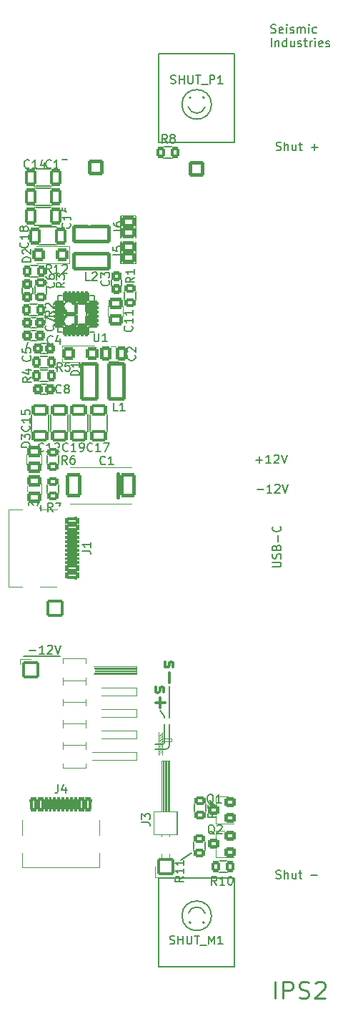
<source format=gbr>
%TF.GenerationSoftware,KiCad,Pcbnew,8.0.3*%
%TF.CreationDate,2024-07-16T16:01:19-03:00*%
%TF.ProjectId,IPS2,49505332-2e6b-4696-9361-645f70636258,rev?*%
%TF.SameCoordinates,Original*%
%TF.FileFunction,Legend,Top*%
%TF.FilePolarity,Positive*%
%FSLAX46Y46*%
G04 Gerber Fmt 4.6, Leading zero omitted, Abs format (unit mm)*
G04 Created by KiCad (PCBNEW 8.0.3) date 2024-07-16 16:01:19*
%MOMM*%
%LPD*%
G01*
G04 APERTURE LIST*
G04 Aperture macros list*
%AMRoundRect*
0 Rectangle with rounded corners*
0 $1 Rounding radius*
0 $2 $3 $4 $5 $6 $7 $8 $9 X,Y pos of 4 corners*
0 Add a 4 corners polygon primitive as box body*
4,1,4,$2,$3,$4,$5,$6,$7,$8,$9,$2,$3,0*
0 Add four circle primitives for the rounded corners*
1,1,$1+$1,$2,$3*
1,1,$1+$1,$4,$5*
1,1,$1+$1,$6,$7*
1,1,$1+$1,$8,$9*
0 Add four rect primitives between the rounded corners*
20,1,$1+$1,$2,$3,$4,$5,0*
20,1,$1+$1,$4,$5,$6,$7,0*
20,1,$1+$1,$6,$7,$8,$9,0*
20,1,$1+$1,$8,$9,$2,$3,0*%
G04 Aperture macros list end*
%ADD10C,0.150000*%
%ADD11C,0.200000*%
%ADD12C,0.100000*%
%ADD13C,0.300000*%
%ADD14C,0.250000*%
%ADD15C,0.450000*%
%ADD16C,0.120000*%
%ADD17C,2.000000*%
%ADD18C,0.500000*%
%ADD19C,1.600000*%
%ADD20RoundRect,0.200000X-0.750000X-1.200000X0.750000X-1.200000X0.750000X1.200000X-0.750000X1.200000X0*%
%ADD21RoundRect,0.200000X0.375000X-0.400000X0.375000X0.400000X-0.375000X0.400000X-0.375000X-0.400000X0*%
%ADD22RoundRect,0.200000X0.400000X0.375000X-0.400000X0.375000X-0.400000X-0.375000X0.400000X-0.375000X0*%
%ADD23RoundRect,0.200000X-0.400000X-0.375000X0.400000X-0.375000X0.400000X0.375000X-0.400000X0.375000X0*%
%ADD24RoundRect,0.200000X-0.900000X-2.100000X0.900000X-2.100000X0.900000X2.100000X-0.900000X2.100000X0*%
%ADD25RoundRect,0.200000X-2.100000X0.900000X-2.100000X-0.900000X2.100000X-0.900000X2.100000X0.900000X0*%
%ADD26RoundRect,0.200000X-0.850000X-0.850000X0.850000X-0.850000X0.850000X0.850000X-0.850000X0.850000X0*%
%ADD27O,2.100000X2.100000*%
%ADD28RoundRect,0.200000X-0.450000X0.350000X-0.450000X-0.350000X0.450000X-0.350000X0.450000X0.350000X0*%
%ADD29RoundRect,0.200000X0.475000X0.150000X-0.475000X0.150000X-0.475000X-0.150000X0.475000X-0.150000X0*%
%ADD30RoundRect,0.200000X-0.150000X0.475000X-0.150000X-0.475000X0.150000X-0.475000X0.150000X0.475000X0*%
%ADD31C,1.000000*%
%ADD32RoundRect,0.200000X0.650000X0.650000X-0.650000X0.650000X-0.650000X-0.650000X0.650000X-0.650000X0*%
%ADD33C,2.400000*%
%ADD34RoundRect,0.200000X-0.550000X-0.550000X0.550000X-0.550000X0.550000X0.550000X-0.550000X0.550000X0*%
%ADD35RoundRect,0.200000X0.550000X0.550000X-0.550000X0.550000X-0.550000X-0.550000X0.550000X-0.550000X0*%
%ADD36RoundRect,0.200000X-0.635000X-0.482600X0.635000X-0.482600X0.635000X0.482600X-0.635000X0.482600X0*%
%ADD37RoundRect,0.200000X0.635000X0.482600X-0.635000X0.482600X-0.635000X-0.482600X0.635000X-0.482600X0*%
%ADD38O,2.800000X2.000000*%
%ADD39O,2.900000X2.000000*%
%ADD40O,2.900000X1.900000*%
%ADD41RoundRect,0.200000X0.450000X-0.350000X0.450000X0.350000X-0.450000X0.350000X-0.450000X-0.350000X0*%
%ADD42C,0.402000*%
%ADD43RoundRect,0.200000X-0.800000X0.500000X-0.800000X-0.500000X0.800000X-0.500000X0.800000X0.500000X0*%
%ADD44RoundRect,0.200000X-0.500000X-0.800000X0.500000X-0.800000X0.500000X0.800000X-0.500000X0.800000X0*%
%ADD45RoundRect,0.200000X0.800000X-0.500000X0.800000X0.500000X-0.800000X0.500000X-0.800000X-0.500000X0*%
%ADD46RoundRect,0.200000X0.450000X0.400000X-0.450000X0.400000X-0.450000X-0.400000X0.450000X-0.400000X0*%
%ADD47RoundRect,0.200000X-0.350000X-0.450000X0.350000X-0.450000X0.350000X0.450000X-0.350000X0.450000X0*%
%ADD48RoundRect,0.200000X0.850000X-0.850000X0.850000X0.850000X-0.850000X0.850000X-0.850000X-0.850000X0*%
%ADD49RoundRect,0.200000X0.450000X0.650000X-0.450000X0.650000X-0.450000X-0.650000X0.450000X-0.650000X0*%
%ADD50RoundRect,0.200000X-0.650000X0.450000X-0.650000X-0.450000X0.650000X-0.450000X0.650000X0.450000X0*%
%ADD51RoundRect,0.200000X-0.375000X0.400000X-0.375000X-0.400000X0.375000X-0.400000X0.375000X0.400000X0*%
%ADD52RoundRect,0.200000X0.350000X0.450000X-0.350000X0.450000X-0.350000X-0.450000X0.350000X-0.450000X0*%
%ADD53C,1.050000*%
%ADD54RoundRect,0.200000X-0.620000X0.300000X-0.620000X-0.300000X0.620000X-0.300000X0.620000X0.300000X0*%
%ADD55RoundRect,0.200000X-0.620000X0.150000X-0.620000X-0.150000X0.620000X-0.150000X0.620000X0.150000X0*%
%ADD56O,2.500000X1.400000*%
%ADD57O,2.200000X1.400000*%
%ADD58C,1.200000*%
%ADD59C,5.900000*%
%ADD60C,1.500000*%
%ADD61RoundRect,0.200000X-0.750000X-0.750000X0.750000X-0.750000X0.750000X0.750000X-0.750000X0.750000X0*%
%ADD62RoundRect,0.200000X0.650000X-0.450000X0.650000X0.450000X-0.650000X0.450000X-0.650000X-0.450000X0*%
%ADD63RoundRect,0.200000X-0.300000X-0.620000X0.300000X-0.620000X0.300000X0.620000X-0.300000X0.620000X0*%
%ADD64RoundRect,0.200000X-0.150000X-0.620000X0.150000X-0.620000X0.150000X0.620000X-0.150000X0.620000X0*%
%ADD65O,1.400000X2.500000*%
%ADD66O,1.400000X2.200000*%
%ADD67C,2.600000*%
%ADD68C,6.500000*%
G04 APERTURE END LIST*
D10*
X64143809Y-121407200D02*
X64286666Y-121454819D01*
X64286666Y-121454819D02*
X64524761Y-121454819D01*
X64524761Y-121454819D02*
X64619999Y-121407200D01*
X64619999Y-121407200D02*
X64667618Y-121359580D01*
X64667618Y-121359580D02*
X64715237Y-121264342D01*
X64715237Y-121264342D02*
X64715237Y-121169104D01*
X64715237Y-121169104D02*
X64667618Y-121073866D01*
X64667618Y-121073866D02*
X64619999Y-121026247D01*
X64619999Y-121026247D02*
X64524761Y-120978628D01*
X64524761Y-120978628D02*
X64334285Y-120931009D01*
X64334285Y-120931009D02*
X64239047Y-120883390D01*
X64239047Y-120883390D02*
X64191428Y-120835771D01*
X64191428Y-120835771D02*
X64143809Y-120740533D01*
X64143809Y-120740533D02*
X64143809Y-120645295D01*
X64143809Y-120645295D02*
X64191428Y-120550057D01*
X64191428Y-120550057D02*
X64239047Y-120502438D01*
X64239047Y-120502438D02*
X64334285Y-120454819D01*
X64334285Y-120454819D02*
X64572380Y-120454819D01*
X64572380Y-120454819D02*
X64715237Y-120502438D01*
X65143809Y-121454819D02*
X65143809Y-120454819D01*
X65572380Y-121454819D02*
X65572380Y-120931009D01*
X65572380Y-120931009D02*
X65524761Y-120835771D01*
X65524761Y-120835771D02*
X65429523Y-120788152D01*
X65429523Y-120788152D02*
X65286666Y-120788152D01*
X65286666Y-120788152D02*
X65191428Y-120835771D01*
X65191428Y-120835771D02*
X65143809Y-120883390D01*
X66477142Y-120788152D02*
X66477142Y-121454819D01*
X66048571Y-120788152D02*
X66048571Y-121311961D01*
X66048571Y-121311961D02*
X66096190Y-121407200D01*
X66096190Y-121407200D02*
X66191428Y-121454819D01*
X66191428Y-121454819D02*
X66334285Y-121454819D01*
X66334285Y-121454819D02*
X66429523Y-121407200D01*
X66429523Y-121407200D02*
X66477142Y-121359580D01*
X66810476Y-120788152D02*
X67191428Y-120788152D01*
X66953333Y-120454819D02*
X66953333Y-121311961D01*
X66953333Y-121311961D02*
X67000952Y-121407200D01*
X67000952Y-121407200D02*
X67096190Y-121454819D01*
X67096190Y-121454819D02*
X67191428Y-121454819D01*
X68286667Y-121073866D02*
X69048572Y-121073866D01*
X64168809Y-35257200D02*
X64311666Y-35304819D01*
X64311666Y-35304819D02*
X64549761Y-35304819D01*
X64549761Y-35304819D02*
X64644999Y-35257200D01*
X64644999Y-35257200D02*
X64692618Y-35209580D01*
X64692618Y-35209580D02*
X64740237Y-35114342D01*
X64740237Y-35114342D02*
X64740237Y-35019104D01*
X64740237Y-35019104D02*
X64692618Y-34923866D01*
X64692618Y-34923866D02*
X64644999Y-34876247D01*
X64644999Y-34876247D02*
X64549761Y-34828628D01*
X64549761Y-34828628D02*
X64359285Y-34781009D01*
X64359285Y-34781009D02*
X64264047Y-34733390D01*
X64264047Y-34733390D02*
X64216428Y-34685771D01*
X64216428Y-34685771D02*
X64168809Y-34590533D01*
X64168809Y-34590533D02*
X64168809Y-34495295D01*
X64168809Y-34495295D02*
X64216428Y-34400057D01*
X64216428Y-34400057D02*
X64264047Y-34352438D01*
X64264047Y-34352438D02*
X64359285Y-34304819D01*
X64359285Y-34304819D02*
X64597380Y-34304819D01*
X64597380Y-34304819D02*
X64740237Y-34352438D01*
X65168809Y-35304819D02*
X65168809Y-34304819D01*
X65597380Y-35304819D02*
X65597380Y-34781009D01*
X65597380Y-34781009D02*
X65549761Y-34685771D01*
X65549761Y-34685771D02*
X65454523Y-34638152D01*
X65454523Y-34638152D02*
X65311666Y-34638152D01*
X65311666Y-34638152D02*
X65216428Y-34685771D01*
X65216428Y-34685771D02*
X65168809Y-34733390D01*
X66502142Y-34638152D02*
X66502142Y-35304819D01*
X66073571Y-34638152D02*
X66073571Y-35161961D01*
X66073571Y-35161961D02*
X66121190Y-35257200D01*
X66121190Y-35257200D02*
X66216428Y-35304819D01*
X66216428Y-35304819D02*
X66359285Y-35304819D01*
X66359285Y-35304819D02*
X66454523Y-35257200D01*
X66454523Y-35257200D02*
X66502142Y-35209580D01*
X66835476Y-34638152D02*
X67216428Y-34638152D01*
X66978333Y-34304819D02*
X66978333Y-35161961D01*
X66978333Y-35161961D02*
X67025952Y-35257200D01*
X67025952Y-35257200D02*
X67121190Y-35304819D01*
X67121190Y-35304819D02*
X67216428Y-35304819D01*
X68311667Y-34923866D02*
X69073572Y-34923866D01*
X68692619Y-35304819D02*
X68692619Y-34542914D01*
D11*
X50940000Y-105350000D02*
G75*
G02*
X50740000Y-105550000I-200000J0D01*
G01*
X50740000Y-105550000D02*
X49840000Y-105550000D01*
X50940000Y-105350000D02*
X50940000Y-103150000D01*
X51540000Y-105650000D02*
X51540000Y-103150000D01*
D12*
X50640000Y-106850000D02*
X50640000Y-104150000D01*
X51740000Y-105250000D02*
X50640000Y-105250000D01*
X51740000Y-104850000D02*
X50640000Y-104850000D01*
X51740000Y-104850000D02*
X51740000Y-105250000D01*
X50240000Y-106850000D02*
X50240000Y-104150000D01*
X50240000Y-104950000D02*
X50640000Y-104550000D01*
X50240000Y-105250000D02*
X50640000Y-104850000D01*
X50240000Y-105550000D02*
X50640000Y-105150000D01*
X50240000Y-105850000D02*
X50640000Y-105450000D01*
X50240000Y-106150000D02*
X50640000Y-105750000D01*
X50240000Y-106450000D02*
X50640000Y-106050000D01*
X50240000Y-104650000D02*
X50640000Y-104250000D01*
X50240000Y-106750000D02*
X50640000Y-106350000D01*
D11*
X50940000Y-102250000D02*
X50940000Y-102450000D01*
X51540000Y-98650000D02*
X51540000Y-102450000D01*
X38090000Y-61100000D02*
X37840000Y-60850000D01*
X50440000Y-101550000D02*
X50940000Y-102250000D01*
X51540000Y-105650000D02*
G75*
G02*
X51040000Y-106150000I-500000J0D01*
G01*
X34540000Y-58550000D02*
X34740000Y-57950000D01*
D10*
X34190000Y-95150000D02*
X38540000Y-95150000D01*
D11*
X52840000Y-119250000D02*
X54140000Y-118450000D01*
X49840000Y-106150000D02*
X51040000Y-106150000D01*
D13*
X51033100Y-95800000D02*
X50961671Y-95942857D01*
X50961671Y-95942857D02*
X50961671Y-96228571D01*
X50961671Y-96228571D02*
X51033100Y-96371428D01*
X51033100Y-96371428D02*
X51175957Y-96442857D01*
X51175957Y-96442857D02*
X51247385Y-96442857D01*
X51247385Y-96442857D02*
X51390242Y-96371428D01*
X51390242Y-96371428D02*
X51461671Y-96228571D01*
X51461671Y-96228571D02*
X51461671Y-96014286D01*
X51461671Y-96014286D02*
X51533100Y-95871428D01*
X51533100Y-95871428D02*
X51675957Y-95800000D01*
X51675957Y-95800000D02*
X51747385Y-95800000D01*
X51747385Y-95800000D02*
X51890242Y-95871428D01*
X51890242Y-95871428D02*
X51961671Y-96014286D01*
X51961671Y-96014286D02*
X51961671Y-96228571D01*
X51961671Y-96228571D02*
X51890242Y-96371428D01*
X51533100Y-97085714D02*
X51533100Y-98228572D01*
D10*
X63549524Y-21352228D02*
X63692381Y-21399847D01*
X63692381Y-21399847D02*
X63930476Y-21399847D01*
X63930476Y-21399847D02*
X64025714Y-21352228D01*
X64025714Y-21352228D02*
X64073333Y-21304608D01*
X64073333Y-21304608D02*
X64120952Y-21209370D01*
X64120952Y-21209370D02*
X64120952Y-21114132D01*
X64120952Y-21114132D02*
X64073333Y-21018894D01*
X64073333Y-21018894D02*
X64025714Y-20971275D01*
X64025714Y-20971275D02*
X63930476Y-20923656D01*
X63930476Y-20923656D02*
X63740000Y-20876037D01*
X63740000Y-20876037D02*
X63644762Y-20828418D01*
X63644762Y-20828418D02*
X63597143Y-20780799D01*
X63597143Y-20780799D02*
X63549524Y-20685561D01*
X63549524Y-20685561D02*
X63549524Y-20590323D01*
X63549524Y-20590323D02*
X63597143Y-20495085D01*
X63597143Y-20495085D02*
X63644762Y-20447466D01*
X63644762Y-20447466D02*
X63740000Y-20399847D01*
X63740000Y-20399847D02*
X63978095Y-20399847D01*
X63978095Y-20399847D02*
X64120952Y-20447466D01*
X64930476Y-21352228D02*
X64835238Y-21399847D01*
X64835238Y-21399847D02*
X64644762Y-21399847D01*
X64644762Y-21399847D02*
X64549524Y-21352228D01*
X64549524Y-21352228D02*
X64501905Y-21256989D01*
X64501905Y-21256989D02*
X64501905Y-20876037D01*
X64501905Y-20876037D02*
X64549524Y-20780799D01*
X64549524Y-20780799D02*
X64644762Y-20733180D01*
X64644762Y-20733180D02*
X64835238Y-20733180D01*
X64835238Y-20733180D02*
X64930476Y-20780799D01*
X64930476Y-20780799D02*
X64978095Y-20876037D01*
X64978095Y-20876037D02*
X64978095Y-20971275D01*
X64978095Y-20971275D02*
X64501905Y-21066513D01*
X65406667Y-21399847D02*
X65406667Y-20733180D01*
X65406667Y-20399847D02*
X65359048Y-20447466D01*
X65359048Y-20447466D02*
X65406667Y-20495085D01*
X65406667Y-20495085D02*
X65454286Y-20447466D01*
X65454286Y-20447466D02*
X65406667Y-20399847D01*
X65406667Y-20399847D02*
X65406667Y-20495085D01*
X65835238Y-21352228D02*
X65930476Y-21399847D01*
X65930476Y-21399847D02*
X66120952Y-21399847D01*
X66120952Y-21399847D02*
X66216190Y-21352228D01*
X66216190Y-21352228D02*
X66263809Y-21256989D01*
X66263809Y-21256989D02*
X66263809Y-21209370D01*
X66263809Y-21209370D02*
X66216190Y-21114132D01*
X66216190Y-21114132D02*
X66120952Y-21066513D01*
X66120952Y-21066513D02*
X65978095Y-21066513D01*
X65978095Y-21066513D02*
X65882857Y-21018894D01*
X65882857Y-21018894D02*
X65835238Y-20923656D01*
X65835238Y-20923656D02*
X65835238Y-20876037D01*
X65835238Y-20876037D02*
X65882857Y-20780799D01*
X65882857Y-20780799D02*
X65978095Y-20733180D01*
X65978095Y-20733180D02*
X66120952Y-20733180D01*
X66120952Y-20733180D02*
X66216190Y-20780799D01*
X66692381Y-21399847D02*
X66692381Y-20733180D01*
X66692381Y-20828418D02*
X66740000Y-20780799D01*
X66740000Y-20780799D02*
X66835238Y-20733180D01*
X66835238Y-20733180D02*
X66978095Y-20733180D01*
X66978095Y-20733180D02*
X67073333Y-20780799D01*
X67073333Y-20780799D02*
X67120952Y-20876037D01*
X67120952Y-20876037D02*
X67120952Y-21399847D01*
X67120952Y-20876037D02*
X67168571Y-20780799D01*
X67168571Y-20780799D02*
X67263809Y-20733180D01*
X67263809Y-20733180D02*
X67406666Y-20733180D01*
X67406666Y-20733180D02*
X67501905Y-20780799D01*
X67501905Y-20780799D02*
X67549524Y-20876037D01*
X67549524Y-20876037D02*
X67549524Y-21399847D01*
X68025714Y-21399847D02*
X68025714Y-20733180D01*
X68025714Y-20399847D02*
X67978095Y-20447466D01*
X67978095Y-20447466D02*
X68025714Y-20495085D01*
X68025714Y-20495085D02*
X68073333Y-20447466D01*
X68073333Y-20447466D02*
X68025714Y-20399847D01*
X68025714Y-20399847D02*
X68025714Y-20495085D01*
X68930475Y-21352228D02*
X68835237Y-21399847D01*
X68835237Y-21399847D02*
X68644761Y-21399847D01*
X68644761Y-21399847D02*
X68549523Y-21352228D01*
X68549523Y-21352228D02*
X68501904Y-21304608D01*
X68501904Y-21304608D02*
X68454285Y-21209370D01*
X68454285Y-21209370D02*
X68454285Y-20923656D01*
X68454285Y-20923656D02*
X68501904Y-20828418D01*
X68501904Y-20828418D02*
X68549523Y-20780799D01*
X68549523Y-20780799D02*
X68644761Y-20733180D01*
X68644761Y-20733180D02*
X68835237Y-20733180D01*
X68835237Y-20733180D02*
X68930475Y-20780799D01*
X63573333Y-23009791D02*
X63573333Y-22009791D01*
X64049523Y-22343124D02*
X64049523Y-23009791D01*
X64049523Y-22438362D02*
X64097142Y-22390743D01*
X64097142Y-22390743D02*
X64192380Y-22343124D01*
X64192380Y-22343124D02*
X64335237Y-22343124D01*
X64335237Y-22343124D02*
X64430475Y-22390743D01*
X64430475Y-22390743D02*
X64478094Y-22485981D01*
X64478094Y-22485981D02*
X64478094Y-23009791D01*
X65382856Y-23009791D02*
X65382856Y-22009791D01*
X65382856Y-22962172D02*
X65287618Y-23009791D01*
X65287618Y-23009791D02*
X65097142Y-23009791D01*
X65097142Y-23009791D02*
X65001904Y-22962172D01*
X65001904Y-22962172D02*
X64954285Y-22914552D01*
X64954285Y-22914552D02*
X64906666Y-22819314D01*
X64906666Y-22819314D02*
X64906666Y-22533600D01*
X64906666Y-22533600D02*
X64954285Y-22438362D01*
X64954285Y-22438362D02*
X65001904Y-22390743D01*
X65001904Y-22390743D02*
X65097142Y-22343124D01*
X65097142Y-22343124D02*
X65287618Y-22343124D01*
X65287618Y-22343124D02*
X65382856Y-22390743D01*
X66287618Y-22343124D02*
X66287618Y-23009791D01*
X65859047Y-22343124D02*
X65859047Y-22866933D01*
X65859047Y-22866933D02*
X65906666Y-22962172D01*
X65906666Y-22962172D02*
X66001904Y-23009791D01*
X66001904Y-23009791D02*
X66144761Y-23009791D01*
X66144761Y-23009791D02*
X66239999Y-22962172D01*
X66239999Y-22962172D02*
X66287618Y-22914552D01*
X66716190Y-22962172D02*
X66811428Y-23009791D01*
X66811428Y-23009791D02*
X67001904Y-23009791D01*
X67001904Y-23009791D02*
X67097142Y-22962172D01*
X67097142Y-22962172D02*
X67144761Y-22866933D01*
X67144761Y-22866933D02*
X67144761Y-22819314D01*
X67144761Y-22819314D02*
X67097142Y-22724076D01*
X67097142Y-22724076D02*
X67001904Y-22676457D01*
X67001904Y-22676457D02*
X66859047Y-22676457D01*
X66859047Y-22676457D02*
X66763809Y-22628838D01*
X66763809Y-22628838D02*
X66716190Y-22533600D01*
X66716190Y-22533600D02*
X66716190Y-22485981D01*
X66716190Y-22485981D02*
X66763809Y-22390743D01*
X66763809Y-22390743D02*
X66859047Y-22343124D01*
X66859047Y-22343124D02*
X67001904Y-22343124D01*
X67001904Y-22343124D02*
X67097142Y-22390743D01*
X67430476Y-22343124D02*
X67811428Y-22343124D01*
X67573333Y-22009791D02*
X67573333Y-22866933D01*
X67573333Y-22866933D02*
X67620952Y-22962172D01*
X67620952Y-22962172D02*
X67716190Y-23009791D01*
X67716190Y-23009791D02*
X67811428Y-23009791D01*
X68144762Y-23009791D02*
X68144762Y-22343124D01*
X68144762Y-22533600D02*
X68192381Y-22438362D01*
X68192381Y-22438362D02*
X68240000Y-22390743D01*
X68240000Y-22390743D02*
X68335238Y-22343124D01*
X68335238Y-22343124D02*
X68430476Y-22343124D01*
X68763810Y-23009791D02*
X68763810Y-22343124D01*
X68763810Y-22009791D02*
X68716191Y-22057410D01*
X68716191Y-22057410D02*
X68763810Y-22105029D01*
X68763810Y-22105029D02*
X68811429Y-22057410D01*
X68811429Y-22057410D02*
X68763810Y-22009791D01*
X68763810Y-22009791D02*
X68763810Y-22105029D01*
X69620952Y-22962172D02*
X69525714Y-23009791D01*
X69525714Y-23009791D02*
X69335238Y-23009791D01*
X69335238Y-23009791D02*
X69240000Y-22962172D01*
X69240000Y-22962172D02*
X69192381Y-22866933D01*
X69192381Y-22866933D02*
X69192381Y-22485981D01*
X69192381Y-22485981D02*
X69240000Y-22390743D01*
X69240000Y-22390743D02*
X69335238Y-22343124D01*
X69335238Y-22343124D02*
X69525714Y-22343124D01*
X69525714Y-22343124D02*
X69620952Y-22390743D01*
X69620952Y-22390743D02*
X69668571Y-22485981D01*
X69668571Y-22485981D02*
X69668571Y-22581219D01*
X69668571Y-22581219D02*
X69192381Y-22676457D01*
X70049524Y-22962172D02*
X70144762Y-23009791D01*
X70144762Y-23009791D02*
X70335238Y-23009791D01*
X70335238Y-23009791D02*
X70430476Y-22962172D01*
X70430476Y-22962172D02*
X70478095Y-22866933D01*
X70478095Y-22866933D02*
X70478095Y-22819314D01*
X70478095Y-22819314D02*
X70430476Y-22724076D01*
X70430476Y-22724076D02*
X70335238Y-22676457D01*
X70335238Y-22676457D02*
X70192381Y-22676457D01*
X70192381Y-22676457D02*
X70097143Y-22628838D01*
X70097143Y-22628838D02*
X70049524Y-22533600D01*
X70049524Y-22533600D02*
X70049524Y-22485981D01*
X70049524Y-22485981D02*
X70097143Y-22390743D01*
X70097143Y-22390743D02*
X70192381Y-22343124D01*
X70192381Y-22343124D02*
X70335238Y-22343124D01*
X70335238Y-22343124D02*
X70430476Y-22390743D01*
D14*
X64045238Y-135642238D02*
X64045238Y-133642238D01*
X64997619Y-135642238D02*
X64997619Y-133642238D01*
X64997619Y-133642238D02*
X65759524Y-133642238D01*
X65759524Y-133642238D02*
X65950000Y-133737476D01*
X65950000Y-133737476D02*
X66045238Y-133832714D01*
X66045238Y-133832714D02*
X66140476Y-134023190D01*
X66140476Y-134023190D02*
X66140476Y-134308904D01*
X66140476Y-134308904D02*
X66045238Y-134499380D01*
X66045238Y-134499380D02*
X65950000Y-134594619D01*
X65950000Y-134594619D02*
X65759524Y-134689857D01*
X65759524Y-134689857D02*
X64997619Y-134689857D01*
X66902381Y-135547000D02*
X67188095Y-135642238D01*
X67188095Y-135642238D02*
X67664286Y-135642238D01*
X67664286Y-135642238D02*
X67854762Y-135547000D01*
X67854762Y-135547000D02*
X67950000Y-135451761D01*
X67950000Y-135451761D02*
X68045238Y-135261285D01*
X68045238Y-135261285D02*
X68045238Y-135070809D01*
X68045238Y-135070809D02*
X67950000Y-134880333D01*
X67950000Y-134880333D02*
X67854762Y-134785095D01*
X67854762Y-134785095D02*
X67664286Y-134689857D01*
X67664286Y-134689857D02*
X67283333Y-134594619D01*
X67283333Y-134594619D02*
X67092857Y-134499380D01*
X67092857Y-134499380D02*
X66997619Y-134404142D01*
X66997619Y-134404142D02*
X66902381Y-134213666D01*
X66902381Y-134213666D02*
X66902381Y-134023190D01*
X66902381Y-134023190D02*
X66997619Y-133832714D01*
X66997619Y-133832714D02*
X67092857Y-133737476D01*
X67092857Y-133737476D02*
X67283333Y-133642238D01*
X67283333Y-133642238D02*
X67759524Y-133642238D01*
X67759524Y-133642238D02*
X68045238Y-133737476D01*
X68807143Y-133832714D02*
X68902381Y-133737476D01*
X68902381Y-133737476D02*
X69092857Y-133642238D01*
X69092857Y-133642238D02*
X69569048Y-133642238D01*
X69569048Y-133642238D02*
X69759524Y-133737476D01*
X69759524Y-133737476D02*
X69854762Y-133832714D01*
X69854762Y-133832714D02*
X69950000Y-134023190D01*
X69950000Y-134023190D02*
X69950000Y-134213666D01*
X69950000Y-134213666D02*
X69854762Y-134499380D01*
X69854762Y-134499380D02*
X68711905Y-135642238D01*
X68711905Y-135642238D02*
X69950000Y-135642238D01*
D10*
X34928095Y-94473866D02*
X35690000Y-94473866D01*
X36689999Y-94854819D02*
X36118571Y-94854819D01*
X36404285Y-94854819D02*
X36404285Y-93854819D01*
X36404285Y-93854819D02*
X36309047Y-93997676D01*
X36309047Y-93997676D02*
X36213809Y-94092914D01*
X36213809Y-94092914D02*
X36118571Y-94140533D01*
X37070952Y-93950057D02*
X37118571Y-93902438D01*
X37118571Y-93902438D02*
X37213809Y-93854819D01*
X37213809Y-93854819D02*
X37451904Y-93854819D01*
X37451904Y-93854819D02*
X37547142Y-93902438D01*
X37547142Y-93902438D02*
X37594761Y-93950057D01*
X37594761Y-93950057D02*
X37642380Y-94045295D01*
X37642380Y-94045295D02*
X37642380Y-94140533D01*
X37642380Y-94140533D02*
X37594761Y-94283390D01*
X37594761Y-94283390D02*
X37023333Y-94854819D01*
X37023333Y-94854819D02*
X37642380Y-94854819D01*
X37928095Y-93854819D02*
X38261428Y-94854819D01*
X38261428Y-94854819D02*
X38594761Y-93854819D01*
D13*
X49933100Y-98800000D02*
X49861671Y-98942857D01*
X49861671Y-98942857D02*
X49861671Y-99228571D01*
X49861671Y-99228571D02*
X49933100Y-99371428D01*
X49933100Y-99371428D02*
X50075957Y-99442857D01*
X50075957Y-99442857D02*
X50147385Y-99442857D01*
X50147385Y-99442857D02*
X50290242Y-99371428D01*
X50290242Y-99371428D02*
X50361671Y-99228571D01*
X50361671Y-99228571D02*
X50361671Y-99014286D01*
X50361671Y-99014286D02*
X50433100Y-98871428D01*
X50433100Y-98871428D02*
X50575957Y-98800000D01*
X50575957Y-98800000D02*
X50647385Y-98800000D01*
X50647385Y-98800000D02*
X50790242Y-98871428D01*
X50790242Y-98871428D02*
X50861671Y-99014286D01*
X50861671Y-99014286D02*
X50861671Y-99228571D01*
X50861671Y-99228571D02*
X50790242Y-99371428D01*
X50433100Y-100085714D02*
X50433100Y-101228572D01*
X49861671Y-100657143D02*
X51004528Y-100657143D01*
D10*
X61878095Y-75423866D02*
X62640000Y-75423866D01*
X63639999Y-75804819D02*
X63068571Y-75804819D01*
X63354285Y-75804819D02*
X63354285Y-74804819D01*
X63354285Y-74804819D02*
X63259047Y-74947676D01*
X63259047Y-74947676D02*
X63163809Y-75042914D01*
X63163809Y-75042914D02*
X63068571Y-75090533D01*
X64020952Y-74900057D02*
X64068571Y-74852438D01*
X64068571Y-74852438D02*
X64163809Y-74804819D01*
X64163809Y-74804819D02*
X64401904Y-74804819D01*
X64401904Y-74804819D02*
X64497142Y-74852438D01*
X64497142Y-74852438D02*
X64544761Y-74900057D01*
X64544761Y-74900057D02*
X64592380Y-74995295D01*
X64592380Y-74995295D02*
X64592380Y-75090533D01*
X64592380Y-75090533D02*
X64544761Y-75233390D01*
X64544761Y-75233390D02*
X63973333Y-75804819D01*
X63973333Y-75804819D02*
X64592380Y-75804819D01*
X64878095Y-74804819D02*
X65211428Y-75804819D01*
X65211428Y-75804819D02*
X65544761Y-74804819D01*
X61778095Y-71923866D02*
X62540000Y-71923866D01*
X62159047Y-72304819D02*
X62159047Y-71542914D01*
X63539999Y-72304819D02*
X62968571Y-72304819D01*
X63254285Y-72304819D02*
X63254285Y-71304819D01*
X63254285Y-71304819D02*
X63159047Y-71447676D01*
X63159047Y-71447676D02*
X63063809Y-71542914D01*
X63063809Y-71542914D02*
X62968571Y-71590533D01*
X63920952Y-71400057D02*
X63968571Y-71352438D01*
X63968571Y-71352438D02*
X64063809Y-71304819D01*
X64063809Y-71304819D02*
X64301904Y-71304819D01*
X64301904Y-71304819D02*
X64397142Y-71352438D01*
X64397142Y-71352438D02*
X64444761Y-71400057D01*
X64444761Y-71400057D02*
X64492380Y-71495295D01*
X64492380Y-71495295D02*
X64492380Y-71590533D01*
X64492380Y-71590533D02*
X64444761Y-71733390D01*
X64444761Y-71733390D02*
X63873333Y-72304819D01*
X63873333Y-72304819D02*
X64492380Y-72304819D01*
X64778095Y-71304819D02*
X65111428Y-72304819D01*
X65111428Y-72304819D02*
X65444761Y-71304819D01*
X63714819Y-84580951D02*
X64524342Y-84580951D01*
X64524342Y-84580951D02*
X64619580Y-84533332D01*
X64619580Y-84533332D02*
X64667200Y-84485713D01*
X64667200Y-84485713D02*
X64714819Y-84390475D01*
X64714819Y-84390475D02*
X64714819Y-84199999D01*
X64714819Y-84199999D02*
X64667200Y-84104761D01*
X64667200Y-84104761D02*
X64619580Y-84057142D01*
X64619580Y-84057142D02*
X64524342Y-84009523D01*
X64524342Y-84009523D02*
X63714819Y-84009523D01*
X64667200Y-83580951D02*
X64714819Y-83438094D01*
X64714819Y-83438094D02*
X64714819Y-83199999D01*
X64714819Y-83199999D02*
X64667200Y-83104761D01*
X64667200Y-83104761D02*
X64619580Y-83057142D01*
X64619580Y-83057142D02*
X64524342Y-83009523D01*
X64524342Y-83009523D02*
X64429104Y-83009523D01*
X64429104Y-83009523D02*
X64333866Y-83057142D01*
X64333866Y-83057142D02*
X64286247Y-83104761D01*
X64286247Y-83104761D02*
X64238628Y-83199999D01*
X64238628Y-83199999D02*
X64191009Y-83390475D01*
X64191009Y-83390475D02*
X64143390Y-83485713D01*
X64143390Y-83485713D02*
X64095771Y-83533332D01*
X64095771Y-83533332D02*
X64000533Y-83580951D01*
X64000533Y-83580951D02*
X63905295Y-83580951D01*
X63905295Y-83580951D02*
X63810057Y-83533332D01*
X63810057Y-83533332D02*
X63762438Y-83485713D01*
X63762438Y-83485713D02*
X63714819Y-83390475D01*
X63714819Y-83390475D02*
X63714819Y-83152380D01*
X63714819Y-83152380D02*
X63762438Y-83009523D01*
X64191009Y-82247618D02*
X64238628Y-82104761D01*
X64238628Y-82104761D02*
X64286247Y-82057142D01*
X64286247Y-82057142D02*
X64381485Y-82009523D01*
X64381485Y-82009523D02*
X64524342Y-82009523D01*
X64524342Y-82009523D02*
X64619580Y-82057142D01*
X64619580Y-82057142D02*
X64667200Y-82104761D01*
X64667200Y-82104761D02*
X64714819Y-82199999D01*
X64714819Y-82199999D02*
X64714819Y-82580951D01*
X64714819Y-82580951D02*
X63714819Y-82580951D01*
X63714819Y-82580951D02*
X63714819Y-82247618D01*
X63714819Y-82247618D02*
X63762438Y-82152380D01*
X63762438Y-82152380D02*
X63810057Y-82104761D01*
X63810057Y-82104761D02*
X63905295Y-82057142D01*
X63905295Y-82057142D02*
X64000533Y-82057142D01*
X64000533Y-82057142D02*
X64095771Y-82104761D01*
X64095771Y-82104761D02*
X64143390Y-82152380D01*
X64143390Y-82152380D02*
X64191009Y-82247618D01*
X64191009Y-82247618D02*
X64191009Y-82580951D01*
X64333866Y-81580951D02*
X64333866Y-80819047D01*
X64619580Y-79771428D02*
X64667200Y-79819047D01*
X64667200Y-79819047D02*
X64714819Y-79961904D01*
X64714819Y-79961904D02*
X64714819Y-80057142D01*
X64714819Y-80057142D02*
X64667200Y-80199999D01*
X64667200Y-80199999D02*
X64571961Y-80295237D01*
X64571961Y-80295237D02*
X64476723Y-80342856D01*
X64476723Y-80342856D02*
X64286247Y-80390475D01*
X64286247Y-80390475D02*
X64143390Y-80390475D01*
X64143390Y-80390475D02*
X63952914Y-80342856D01*
X63952914Y-80342856D02*
X63857676Y-80295237D01*
X63857676Y-80295237D02*
X63762438Y-80199999D01*
X63762438Y-80199999D02*
X63714819Y-80057142D01*
X63714819Y-80057142D02*
X63714819Y-79961904D01*
X63714819Y-79961904D02*
X63762438Y-79819047D01*
X63762438Y-79819047D02*
X63810057Y-79771428D01*
X43923333Y-72389580D02*
X43875714Y-72437200D01*
X43875714Y-72437200D02*
X43732857Y-72484819D01*
X43732857Y-72484819D02*
X43637619Y-72484819D01*
X43637619Y-72484819D02*
X43494762Y-72437200D01*
X43494762Y-72437200D02*
X43399524Y-72341961D01*
X43399524Y-72341961D02*
X43351905Y-72246723D01*
X43351905Y-72246723D02*
X43304286Y-72056247D01*
X43304286Y-72056247D02*
X43304286Y-71913390D01*
X43304286Y-71913390D02*
X43351905Y-71722914D01*
X43351905Y-71722914D02*
X43399524Y-71627676D01*
X43399524Y-71627676D02*
X43494762Y-71532438D01*
X43494762Y-71532438D02*
X43637619Y-71484819D01*
X43637619Y-71484819D02*
X43732857Y-71484819D01*
X43732857Y-71484819D02*
X43875714Y-71532438D01*
X43875714Y-71532438D02*
X43923333Y-71580057D01*
X44875714Y-72484819D02*
X44304286Y-72484819D01*
X44590000Y-72484819D02*
X44590000Y-71484819D01*
X44590000Y-71484819D02*
X44494762Y-71627676D01*
X44494762Y-71627676D02*
X44399524Y-71722914D01*
X44399524Y-71722914D02*
X44304286Y-71770533D01*
X44299580Y-50666666D02*
X44347200Y-50714285D01*
X44347200Y-50714285D02*
X44394819Y-50857142D01*
X44394819Y-50857142D02*
X44394819Y-50952380D01*
X44394819Y-50952380D02*
X44347200Y-51095237D01*
X44347200Y-51095237D02*
X44251961Y-51190475D01*
X44251961Y-51190475D02*
X44156723Y-51238094D01*
X44156723Y-51238094D02*
X43966247Y-51285713D01*
X43966247Y-51285713D02*
X43823390Y-51285713D01*
X43823390Y-51285713D02*
X43632914Y-51238094D01*
X43632914Y-51238094D02*
X43537676Y-51190475D01*
X43537676Y-51190475D02*
X43442438Y-51095237D01*
X43442438Y-51095237D02*
X43394819Y-50952380D01*
X43394819Y-50952380D02*
X43394819Y-50857142D01*
X43394819Y-50857142D02*
X43442438Y-50714285D01*
X43442438Y-50714285D02*
X43490057Y-50666666D01*
X43394819Y-50333332D02*
X43394819Y-49714285D01*
X43394819Y-49714285D02*
X43775771Y-50047618D01*
X43775771Y-50047618D02*
X43775771Y-49904761D01*
X43775771Y-49904761D02*
X43823390Y-49809523D01*
X43823390Y-49809523D02*
X43871009Y-49761904D01*
X43871009Y-49761904D02*
X43966247Y-49714285D01*
X43966247Y-49714285D02*
X44204342Y-49714285D01*
X44204342Y-49714285D02*
X44299580Y-49761904D01*
X44299580Y-49761904D02*
X44347200Y-49809523D01*
X44347200Y-49809523D02*
X44394819Y-49904761D01*
X44394819Y-49904761D02*
X44394819Y-50190475D01*
X44394819Y-50190475D02*
X44347200Y-50285713D01*
X44347200Y-50285713D02*
X44299580Y-50333332D01*
X37673333Y-58109580D02*
X37625714Y-58157200D01*
X37625714Y-58157200D02*
X37482857Y-58204819D01*
X37482857Y-58204819D02*
X37387619Y-58204819D01*
X37387619Y-58204819D02*
X37244762Y-58157200D01*
X37244762Y-58157200D02*
X37149524Y-58061961D01*
X37149524Y-58061961D02*
X37101905Y-57966723D01*
X37101905Y-57966723D02*
X37054286Y-57776247D01*
X37054286Y-57776247D02*
X37054286Y-57633390D01*
X37054286Y-57633390D02*
X37101905Y-57442914D01*
X37101905Y-57442914D02*
X37149524Y-57347676D01*
X37149524Y-57347676D02*
X37244762Y-57252438D01*
X37244762Y-57252438D02*
X37387619Y-57204819D01*
X37387619Y-57204819D02*
X37482857Y-57204819D01*
X37482857Y-57204819D02*
X37625714Y-57252438D01*
X37625714Y-57252438D02*
X37673333Y-57300057D01*
X38530476Y-57538152D02*
X38530476Y-58204819D01*
X38292381Y-57157200D02*
X38054286Y-57871485D01*
X38054286Y-57871485D02*
X38673333Y-57871485D01*
X34999580Y-59616666D02*
X35047200Y-59664285D01*
X35047200Y-59664285D02*
X35094819Y-59807142D01*
X35094819Y-59807142D02*
X35094819Y-59902380D01*
X35094819Y-59902380D02*
X35047200Y-60045237D01*
X35047200Y-60045237D02*
X34951961Y-60140475D01*
X34951961Y-60140475D02*
X34856723Y-60188094D01*
X34856723Y-60188094D02*
X34666247Y-60235713D01*
X34666247Y-60235713D02*
X34523390Y-60235713D01*
X34523390Y-60235713D02*
X34332914Y-60188094D01*
X34332914Y-60188094D02*
X34237676Y-60140475D01*
X34237676Y-60140475D02*
X34142438Y-60045237D01*
X34142438Y-60045237D02*
X34094819Y-59902380D01*
X34094819Y-59902380D02*
X34094819Y-59807142D01*
X34094819Y-59807142D02*
X34142438Y-59664285D01*
X34142438Y-59664285D02*
X34190057Y-59616666D01*
X34094819Y-58711904D02*
X34094819Y-59188094D01*
X34094819Y-59188094D02*
X34571009Y-59235713D01*
X34571009Y-59235713D02*
X34523390Y-59188094D01*
X34523390Y-59188094D02*
X34475771Y-59092856D01*
X34475771Y-59092856D02*
X34475771Y-58854761D01*
X34475771Y-58854761D02*
X34523390Y-58759523D01*
X34523390Y-58759523D02*
X34571009Y-58711904D01*
X34571009Y-58711904D02*
X34666247Y-58664285D01*
X34666247Y-58664285D02*
X34904342Y-58664285D01*
X34904342Y-58664285D02*
X34999580Y-58711904D01*
X34999580Y-58711904D02*
X35047200Y-58759523D01*
X35047200Y-58759523D02*
X35094819Y-58854761D01*
X35094819Y-58854761D02*
X35094819Y-59092856D01*
X35094819Y-59092856D02*
X35047200Y-59188094D01*
X35047200Y-59188094D02*
X34999580Y-59235713D01*
X37699580Y-56016666D02*
X37747200Y-56064285D01*
X37747200Y-56064285D02*
X37794819Y-56207142D01*
X37794819Y-56207142D02*
X37794819Y-56302380D01*
X37794819Y-56302380D02*
X37747200Y-56445237D01*
X37747200Y-56445237D02*
X37651961Y-56540475D01*
X37651961Y-56540475D02*
X37556723Y-56588094D01*
X37556723Y-56588094D02*
X37366247Y-56635713D01*
X37366247Y-56635713D02*
X37223390Y-56635713D01*
X37223390Y-56635713D02*
X37032914Y-56588094D01*
X37032914Y-56588094D02*
X36937676Y-56540475D01*
X36937676Y-56540475D02*
X36842438Y-56445237D01*
X36842438Y-56445237D02*
X36794819Y-56302380D01*
X36794819Y-56302380D02*
X36794819Y-56207142D01*
X36794819Y-56207142D02*
X36842438Y-56064285D01*
X36842438Y-56064285D02*
X36890057Y-56016666D01*
X36794819Y-55683332D02*
X36794819Y-55016666D01*
X36794819Y-55016666D02*
X37794819Y-55445237D01*
X45363333Y-66134819D02*
X44887143Y-66134819D01*
X44887143Y-66134819D02*
X44887143Y-65134819D01*
X46220476Y-66134819D02*
X45649048Y-66134819D01*
X45934762Y-66134819D02*
X45934762Y-65134819D01*
X45934762Y-65134819D02*
X45839524Y-65277676D01*
X45839524Y-65277676D02*
X45744286Y-65372914D01*
X45744286Y-65372914D02*
X45649048Y-65420533D01*
X42073333Y-50704819D02*
X41597143Y-50704819D01*
X41597143Y-50704819D02*
X41597143Y-49704819D01*
X42359048Y-49800057D02*
X42406667Y-49752438D01*
X42406667Y-49752438D02*
X42501905Y-49704819D01*
X42501905Y-49704819D02*
X42740000Y-49704819D01*
X42740000Y-49704819D02*
X42835238Y-49752438D01*
X42835238Y-49752438D02*
X42882857Y-49800057D01*
X42882857Y-49800057D02*
X42930476Y-49895295D01*
X42930476Y-49895295D02*
X42930476Y-49990533D01*
X42930476Y-49990533D02*
X42882857Y-50133390D01*
X42882857Y-50133390D02*
X42311429Y-50704819D01*
X42311429Y-50704819D02*
X42930476Y-50704819D01*
X47344819Y-50316666D02*
X46868628Y-50649999D01*
X47344819Y-50888094D02*
X46344819Y-50888094D01*
X46344819Y-50888094D02*
X46344819Y-50507142D01*
X46344819Y-50507142D02*
X46392438Y-50411904D01*
X46392438Y-50411904D02*
X46440057Y-50364285D01*
X46440057Y-50364285D02*
X46535295Y-50316666D01*
X46535295Y-50316666D02*
X46678152Y-50316666D01*
X46678152Y-50316666D02*
X46773390Y-50364285D01*
X46773390Y-50364285D02*
X46821009Y-50411904D01*
X46821009Y-50411904D02*
X46868628Y-50507142D01*
X46868628Y-50507142D02*
X46868628Y-50888094D01*
X47344819Y-49364285D02*
X47344819Y-49935713D01*
X47344819Y-49649999D02*
X46344819Y-49649999D01*
X46344819Y-49649999D02*
X46487676Y-49745237D01*
X46487676Y-49745237D02*
X46582914Y-49840475D01*
X46582914Y-49840475D02*
X46630533Y-49935713D01*
X42578095Y-56911808D02*
X42578095Y-57721331D01*
X42578095Y-57721331D02*
X42625714Y-57816569D01*
X42625714Y-57816569D02*
X42673333Y-57864189D01*
X42673333Y-57864189D02*
X42768571Y-57911808D01*
X42768571Y-57911808D02*
X42959047Y-57911808D01*
X42959047Y-57911808D02*
X43054285Y-57864189D01*
X43054285Y-57864189D02*
X43101904Y-57816569D01*
X43101904Y-57816569D02*
X43149523Y-57721331D01*
X43149523Y-57721331D02*
X43149523Y-56911808D01*
X44149523Y-57911808D02*
X43578095Y-57911808D01*
X43863809Y-57911808D02*
X43863809Y-56911808D01*
X43863809Y-56911808D02*
X43768571Y-57054665D01*
X43768571Y-57054665D02*
X43673333Y-57149903D01*
X43673333Y-57149903D02*
X43578095Y-57197522D01*
X40844819Y-61888094D02*
X39844819Y-61888094D01*
X39844819Y-61888094D02*
X39844819Y-61649999D01*
X39844819Y-61649999D02*
X39892438Y-61507142D01*
X39892438Y-61507142D02*
X39987676Y-61411904D01*
X39987676Y-61411904D02*
X40082914Y-61364285D01*
X40082914Y-61364285D02*
X40273390Y-61316666D01*
X40273390Y-61316666D02*
X40416247Y-61316666D01*
X40416247Y-61316666D02*
X40606723Y-61364285D01*
X40606723Y-61364285D02*
X40701961Y-61411904D01*
X40701961Y-61411904D02*
X40797200Y-61507142D01*
X40797200Y-61507142D02*
X40844819Y-61649999D01*
X40844819Y-61649999D02*
X40844819Y-61888094D01*
X40844819Y-60364285D02*
X40844819Y-60935713D01*
X40844819Y-60649999D02*
X39844819Y-60649999D01*
X39844819Y-60649999D02*
X39987676Y-60745237D01*
X39987676Y-60745237D02*
X40082914Y-60840475D01*
X40082914Y-60840475D02*
X40130533Y-60935713D01*
X35094819Y-48488094D02*
X34094819Y-48488094D01*
X34094819Y-48488094D02*
X34094819Y-48249999D01*
X34094819Y-48249999D02*
X34142438Y-48107142D01*
X34142438Y-48107142D02*
X34237676Y-48011904D01*
X34237676Y-48011904D02*
X34332914Y-47964285D01*
X34332914Y-47964285D02*
X34523390Y-47916666D01*
X34523390Y-47916666D02*
X34666247Y-47916666D01*
X34666247Y-47916666D02*
X34856723Y-47964285D01*
X34856723Y-47964285D02*
X34951961Y-48011904D01*
X34951961Y-48011904D02*
X35047200Y-48107142D01*
X35047200Y-48107142D02*
X35094819Y-48249999D01*
X35094819Y-48249999D02*
X35094819Y-48488094D01*
X34190057Y-47535713D02*
X34142438Y-47488094D01*
X34142438Y-47488094D02*
X34094819Y-47392856D01*
X34094819Y-47392856D02*
X34094819Y-47154761D01*
X34094819Y-47154761D02*
X34142438Y-47059523D01*
X34142438Y-47059523D02*
X34190057Y-47011904D01*
X34190057Y-47011904D02*
X34285295Y-46964285D01*
X34285295Y-46964285D02*
X34380533Y-46964285D01*
X34380533Y-46964285D02*
X34523390Y-47011904D01*
X34523390Y-47011904D02*
X35094819Y-47583332D01*
X35094819Y-47583332D02*
X35094819Y-46964285D01*
X44844819Y-47633333D02*
X45559104Y-47633333D01*
X45559104Y-47633333D02*
X45701961Y-47680952D01*
X45701961Y-47680952D02*
X45797200Y-47776190D01*
X45797200Y-47776190D02*
X45844819Y-47919047D01*
X45844819Y-47919047D02*
X45844819Y-48014285D01*
X44844819Y-46680952D02*
X44844819Y-47157142D01*
X44844819Y-47157142D02*
X45321009Y-47204761D01*
X45321009Y-47204761D02*
X45273390Y-47157142D01*
X45273390Y-47157142D02*
X45225771Y-47061904D01*
X45225771Y-47061904D02*
X45225771Y-46823809D01*
X45225771Y-46823809D02*
X45273390Y-46728571D01*
X45273390Y-46728571D02*
X45321009Y-46680952D01*
X45321009Y-46680952D02*
X45416247Y-46633333D01*
X45416247Y-46633333D02*
X45654342Y-46633333D01*
X45654342Y-46633333D02*
X45749580Y-46680952D01*
X45749580Y-46680952D02*
X45797200Y-46728571D01*
X45797200Y-46728571D02*
X45844819Y-46823809D01*
X45844819Y-46823809D02*
X45844819Y-47061904D01*
X45844819Y-47061904D02*
X45797200Y-47157142D01*
X45797200Y-47157142D02*
X45749580Y-47204761D01*
X44894819Y-44733333D02*
X45609104Y-44733333D01*
X45609104Y-44733333D02*
X45751961Y-44780952D01*
X45751961Y-44780952D02*
X45847200Y-44876190D01*
X45847200Y-44876190D02*
X45894819Y-45019047D01*
X45894819Y-45019047D02*
X45894819Y-45114285D01*
X44894819Y-43828571D02*
X44894819Y-44019047D01*
X44894819Y-44019047D02*
X44942438Y-44114285D01*
X44942438Y-44114285D02*
X44990057Y-44161904D01*
X44990057Y-44161904D02*
X45132914Y-44257142D01*
X45132914Y-44257142D02*
X45323390Y-44304761D01*
X45323390Y-44304761D02*
X45704342Y-44304761D01*
X45704342Y-44304761D02*
X45799580Y-44257142D01*
X45799580Y-44257142D02*
X45847200Y-44209523D01*
X45847200Y-44209523D02*
X45894819Y-44114285D01*
X45894819Y-44114285D02*
X45894819Y-43923809D01*
X45894819Y-43923809D02*
X45847200Y-43828571D01*
X45847200Y-43828571D02*
X45799580Y-43780952D01*
X45799580Y-43780952D02*
X45704342Y-43733333D01*
X45704342Y-43733333D02*
X45466247Y-43733333D01*
X45466247Y-43733333D02*
X45371009Y-43780952D01*
X45371009Y-43780952D02*
X45323390Y-43828571D01*
X45323390Y-43828571D02*
X45275771Y-43923809D01*
X45275771Y-43923809D02*
X45275771Y-44114285D01*
X45275771Y-44114285D02*
X45323390Y-44209523D01*
X45323390Y-44209523D02*
X45371009Y-44257142D01*
X45371009Y-44257142D02*
X45466247Y-44304761D01*
X51547143Y-129157200D02*
X51690000Y-129204819D01*
X51690000Y-129204819D02*
X51928095Y-129204819D01*
X51928095Y-129204819D02*
X52023333Y-129157200D01*
X52023333Y-129157200D02*
X52070952Y-129109580D01*
X52070952Y-129109580D02*
X52118571Y-129014342D01*
X52118571Y-129014342D02*
X52118571Y-128919104D01*
X52118571Y-128919104D02*
X52070952Y-128823866D01*
X52070952Y-128823866D02*
X52023333Y-128776247D01*
X52023333Y-128776247D02*
X51928095Y-128728628D01*
X51928095Y-128728628D02*
X51737619Y-128681009D01*
X51737619Y-128681009D02*
X51642381Y-128633390D01*
X51642381Y-128633390D02*
X51594762Y-128585771D01*
X51594762Y-128585771D02*
X51547143Y-128490533D01*
X51547143Y-128490533D02*
X51547143Y-128395295D01*
X51547143Y-128395295D02*
X51594762Y-128300057D01*
X51594762Y-128300057D02*
X51642381Y-128252438D01*
X51642381Y-128252438D02*
X51737619Y-128204819D01*
X51737619Y-128204819D02*
X51975714Y-128204819D01*
X51975714Y-128204819D02*
X52118571Y-128252438D01*
X52547143Y-129204819D02*
X52547143Y-128204819D01*
X52547143Y-128681009D02*
X53118571Y-128681009D01*
X53118571Y-129204819D02*
X53118571Y-128204819D01*
X53594762Y-128204819D02*
X53594762Y-129014342D01*
X53594762Y-129014342D02*
X53642381Y-129109580D01*
X53642381Y-129109580D02*
X53690000Y-129157200D01*
X53690000Y-129157200D02*
X53785238Y-129204819D01*
X53785238Y-129204819D02*
X53975714Y-129204819D01*
X53975714Y-129204819D02*
X54070952Y-129157200D01*
X54070952Y-129157200D02*
X54118571Y-129109580D01*
X54118571Y-129109580D02*
X54166190Y-129014342D01*
X54166190Y-129014342D02*
X54166190Y-128204819D01*
X54499524Y-128204819D02*
X55070952Y-128204819D01*
X54785238Y-129204819D02*
X54785238Y-128204819D01*
X55166191Y-129300057D02*
X55928095Y-129300057D01*
X56166191Y-129204819D02*
X56166191Y-128204819D01*
X56166191Y-128204819D02*
X56499524Y-128919104D01*
X56499524Y-128919104D02*
X56832857Y-128204819D01*
X56832857Y-128204819D02*
X56832857Y-129204819D01*
X57832857Y-129204819D02*
X57261429Y-129204819D01*
X57547143Y-129204819D02*
X57547143Y-128204819D01*
X57547143Y-128204819D02*
X57451905Y-128347676D01*
X57451905Y-128347676D02*
X57356667Y-128442914D01*
X57356667Y-128442914D02*
X57261429Y-128490533D01*
X51668571Y-27357200D02*
X51811428Y-27404819D01*
X51811428Y-27404819D02*
X52049523Y-27404819D01*
X52049523Y-27404819D02*
X52144761Y-27357200D01*
X52144761Y-27357200D02*
X52192380Y-27309580D01*
X52192380Y-27309580D02*
X52239999Y-27214342D01*
X52239999Y-27214342D02*
X52239999Y-27119104D01*
X52239999Y-27119104D02*
X52192380Y-27023866D01*
X52192380Y-27023866D02*
X52144761Y-26976247D01*
X52144761Y-26976247D02*
X52049523Y-26928628D01*
X52049523Y-26928628D02*
X51859047Y-26881009D01*
X51859047Y-26881009D02*
X51763809Y-26833390D01*
X51763809Y-26833390D02*
X51716190Y-26785771D01*
X51716190Y-26785771D02*
X51668571Y-26690533D01*
X51668571Y-26690533D02*
X51668571Y-26595295D01*
X51668571Y-26595295D02*
X51716190Y-26500057D01*
X51716190Y-26500057D02*
X51763809Y-26452438D01*
X51763809Y-26452438D02*
X51859047Y-26404819D01*
X51859047Y-26404819D02*
X52097142Y-26404819D01*
X52097142Y-26404819D02*
X52239999Y-26452438D01*
X52668571Y-27404819D02*
X52668571Y-26404819D01*
X52668571Y-26881009D02*
X53239999Y-26881009D01*
X53239999Y-27404819D02*
X53239999Y-26404819D01*
X53716190Y-26404819D02*
X53716190Y-27214342D01*
X53716190Y-27214342D02*
X53763809Y-27309580D01*
X53763809Y-27309580D02*
X53811428Y-27357200D01*
X53811428Y-27357200D02*
X53906666Y-27404819D01*
X53906666Y-27404819D02*
X54097142Y-27404819D01*
X54097142Y-27404819D02*
X54192380Y-27357200D01*
X54192380Y-27357200D02*
X54239999Y-27309580D01*
X54239999Y-27309580D02*
X54287618Y-27214342D01*
X54287618Y-27214342D02*
X54287618Y-26404819D01*
X54620952Y-26404819D02*
X55192380Y-26404819D01*
X54906666Y-27404819D02*
X54906666Y-26404819D01*
X55287619Y-27500057D02*
X56049523Y-27500057D01*
X56287619Y-27404819D02*
X56287619Y-26404819D01*
X56287619Y-26404819D02*
X56668571Y-26404819D01*
X56668571Y-26404819D02*
X56763809Y-26452438D01*
X56763809Y-26452438D02*
X56811428Y-26500057D01*
X56811428Y-26500057D02*
X56859047Y-26595295D01*
X56859047Y-26595295D02*
X56859047Y-26738152D01*
X56859047Y-26738152D02*
X56811428Y-26833390D01*
X56811428Y-26833390D02*
X56763809Y-26881009D01*
X56763809Y-26881009D02*
X56668571Y-26928628D01*
X56668571Y-26928628D02*
X56287619Y-26928628D01*
X57811428Y-27404819D02*
X57240000Y-27404819D01*
X57525714Y-27404819D02*
X57525714Y-26404819D01*
X57525714Y-26404819D02*
X57430476Y-26547676D01*
X57430476Y-26547676D02*
X57335238Y-26642914D01*
X57335238Y-26642914D02*
X57240000Y-26690533D01*
X39373333Y-72404819D02*
X39040000Y-71928628D01*
X38801905Y-72404819D02*
X38801905Y-71404819D01*
X38801905Y-71404819D02*
X39182857Y-71404819D01*
X39182857Y-71404819D02*
X39278095Y-71452438D01*
X39278095Y-71452438D02*
X39325714Y-71500057D01*
X39325714Y-71500057D02*
X39373333Y-71595295D01*
X39373333Y-71595295D02*
X39373333Y-71738152D01*
X39373333Y-71738152D02*
X39325714Y-71833390D01*
X39325714Y-71833390D02*
X39278095Y-71881009D01*
X39278095Y-71881009D02*
X39182857Y-71928628D01*
X39182857Y-71928628D02*
X38801905Y-71928628D01*
X40230476Y-71404819D02*
X40040000Y-71404819D01*
X40040000Y-71404819D02*
X39944762Y-71452438D01*
X39944762Y-71452438D02*
X39897143Y-71500057D01*
X39897143Y-71500057D02*
X39801905Y-71642914D01*
X39801905Y-71642914D02*
X39754286Y-71833390D01*
X39754286Y-71833390D02*
X39754286Y-72214342D01*
X39754286Y-72214342D02*
X39801905Y-72309580D01*
X39801905Y-72309580D02*
X39849524Y-72357200D01*
X39849524Y-72357200D02*
X39944762Y-72404819D01*
X39944762Y-72404819D02*
X40135238Y-72404819D01*
X40135238Y-72404819D02*
X40230476Y-72357200D01*
X40230476Y-72357200D02*
X40278095Y-72309580D01*
X40278095Y-72309580D02*
X40325714Y-72214342D01*
X40325714Y-72214342D02*
X40325714Y-71976247D01*
X40325714Y-71976247D02*
X40278095Y-71881009D01*
X40278095Y-71881009D02*
X40230476Y-71833390D01*
X40230476Y-71833390D02*
X40135238Y-71785771D01*
X40135238Y-71785771D02*
X39944762Y-71785771D01*
X39944762Y-71785771D02*
X39849524Y-71833390D01*
X39849524Y-71833390D02*
X39801905Y-71881009D01*
X39801905Y-71881009D02*
X39754286Y-71976247D01*
X37673333Y-78004819D02*
X37340000Y-77528628D01*
X37101905Y-78004819D02*
X37101905Y-77004819D01*
X37101905Y-77004819D02*
X37482857Y-77004819D01*
X37482857Y-77004819D02*
X37578095Y-77052438D01*
X37578095Y-77052438D02*
X37625714Y-77100057D01*
X37625714Y-77100057D02*
X37673333Y-77195295D01*
X37673333Y-77195295D02*
X37673333Y-77338152D01*
X37673333Y-77338152D02*
X37625714Y-77433390D01*
X37625714Y-77433390D02*
X37578095Y-77481009D01*
X37578095Y-77481009D02*
X37482857Y-77528628D01*
X37482857Y-77528628D02*
X37101905Y-77528628D01*
X38006667Y-77004819D02*
X38673333Y-77004819D01*
X38673333Y-77004819D02*
X38244762Y-78004819D01*
X36597142Y-70809580D02*
X36549523Y-70857200D01*
X36549523Y-70857200D02*
X36406666Y-70904819D01*
X36406666Y-70904819D02*
X36311428Y-70904819D01*
X36311428Y-70904819D02*
X36168571Y-70857200D01*
X36168571Y-70857200D02*
X36073333Y-70761961D01*
X36073333Y-70761961D02*
X36025714Y-70666723D01*
X36025714Y-70666723D02*
X35978095Y-70476247D01*
X35978095Y-70476247D02*
X35978095Y-70333390D01*
X35978095Y-70333390D02*
X36025714Y-70142914D01*
X36025714Y-70142914D02*
X36073333Y-70047676D01*
X36073333Y-70047676D02*
X36168571Y-69952438D01*
X36168571Y-69952438D02*
X36311428Y-69904819D01*
X36311428Y-69904819D02*
X36406666Y-69904819D01*
X36406666Y-69904819D02*
X36549523Y-69952438D01*
X36549523Y-69952438D02*
X36597142Y-70000057D01*
X37549523Y-70904819D02*
X36978095Y-70904819D01*
X37263809Y-70904819D02*
X37263809Y-69904819D01*
X37263809Y-69904819D02*
X37168571Y-70047676D01*
X37168571Y-70047676D02*
X37073333Y-70142914D01*
X37073333Y-70142914D02*
X36978095Y-70190533D01*
X37930476Y-70000057D02*
X37978095Y-69952438D01*
X37978095Y-69952438D02*
X38073333Y-69904819D01*
X38073333Y-69904819D02*
X38311428Y-69904819D01*
X38311428Y-69904819D02*
X38406666Y-69952438D01*
X38406666Y-69952438D02*
X38454285Y-70000057D01*
X38454285Y-70000057D02*
X38501904Y-70095295D01*
X38501904Y-70095295D02*
X38501904Y-70190533D01*
X38501904Y-70190533D02*
X38454285Y-70333390D01*
X38454285Y-70333390D02*
X37882857Y-70904819D01*
X37882857Y-70904819D02*
X38501904Y-70904819D01*
X37497142Y-37309580D02*
X37449523Y-37357200D01*
X37449523Y-37357200D02*
X37306666Y-37404819D01*
X37306666Y-37404819D02*
X37211428Y-37404819D01*
X37211428Y-37404819D02*
X37068571Y-37357200D01*
X37068571Y-37357200D02*
X36973333Y-37261961D01*
X36973333Y-37261961D02*
X36925714Y-37166723D01*
X36925714Y-37166723D02*
X36878095Y-36976247D01*
X36878095Y-36976247D02*
X36878095Y-36833390D01*
X36878095Y-36833390D02*
X36925714Y-36642914D01*
X36925714Y-36642914D02*
X36973333Y-36547676D01*
X36973333Y-36547676D02*
X37068571Y-36452438D01*
X37068571Y-36452438D02*
X37211428Y-36404819D01*
X37211428Y-36404819D02*
X37306666Y-36404819D01*
X37306666Y-36404819D02*
X37449523Y-36452438D01*
X37449523Y-36452438D02*
X37497142Y-36500057D01*
X38449523Y-37404819D02*
X37878095Y-37404819D01*
X38163809Y-37404819D02*
X38163809Y-36404819D01*
X38163809Y-36404819D02*
X38068571Y-36547676D01*
X38068571Y-36547676D02*
X37973333Y-36642914D01*
X37973333Y-36642914D02*
X37878095Y-36690533D01*
X38782857Y-36404819D02*
X39401904Y-36404819D01*
X39401904Y-36404819D02*
X39068571Y-36785771D01*
X39068571Y-36785771D02*
X39211428Y-36785771D01*
X39211428Y-36785771D02*
X39306666Y-36833390D01*
X39306666Y-36833390D02*
X39354285Y-36881009D01*
X39354285Y-36881009D02*
X39401904Y-36976247D01*
X39401904Y-36976247D02*
X39401904Y-37214342D01*
X39401904Y-37214342D02*
X39354285Y-37309580D01*
X39354285Y-37309580D02*
X39306666Y-37357200D01*
X39306666Y-37357200D02*
X39211428Y-37404819D01*
X39211428Y-37404819D02*
X38925714Y-37404819D01*
X38925714Y-37404819D02*
X38830476Y-37357200D01*
X38830476Y-37357200D02*
X38782857Y-37309580D01*
X34897142Y-37309580D02*
X34849523Y-37357200D01*
X34849523Y-37357200D02*
X34706666Y-37404819D01*
X34706666Y-37404819D02*
X34611428Y-37404819D01*
X34611428Y-37404819D02*
X34468571Y-37357200D01*
X34468571Y-37357200D02*
X34373333Y-37261961D01*
X34373333Y-37261961D02*
X34325714Y-37166723D01*
X34325714Y-37166723D02*
X34278095Y-36976247D01*
X34278095Y-36976247D02*
X34278095Y-36833390D01*
X34278095Y-36833390D02*
X34325714Y-36642914D01*
X34325714Y-36642914D02*
X34373333Y-36547676D01*
X34373333Y-36547676D02*
X34468571Y-36452438D01*
X34468571Y-36452438D02*
X34611428Y-36404819D01*
X34611428Y-36404819D02*
X34706666Y-36404819D01*
X34706666Y-36404819D02*
X34849523Y-36452438D01*
X34849523Y-36452438D02*
X34897142Y-36500057D01*
X35849523Y-37404819D02*
X35278095Y-37404819D01*
X35563809Y-37404819D02*
X35563809Y-36404819D01*
X35563809Y-36404819D02*
X35468571Y-36547676D01*
X35468571Y-36547676D02*
X35373333Y-36642914D01*
X35373333Y-36642914D02*
X35278095Y-36690533D01*
X36706666Y-36738152D02*
X36706666Y-37404819D01*
X36468571Y-36357200D02*
X36230476Y-37071485D01*
X36230476Y-37071485D02*
X36849523Y-37071485D01*
X34899580Y-67892857D02*
X34947200Y-67940476D01*
X34947200Y-67940476D02*
X34994819Y-68083333D01*
X34994819Y-68083333D02*
X34994819Y-68178571D01*
X34994819Y-68178571D02*
X34947200Y-68321428D01*
X34947200Y-68321428D02*
X34851961Y-68416666D01*
X34851961Y-68416666D02*
X34756723Y-68464285D01*
X34756723Y-68464285D02*
X34566247Y-68511904D01*
X34566247Y-68511904D02*
X34423390Y-68511904D01*
X34423390Y-68511904D02*
X34232914Y-68464285D01*
X34232914Y-68464285D02*
X34137676Y-68416666D01*
X34137676Y-68416666D02*
X34042438Y-68321428D01*
X34042438Y-68321428D02*
X33994819Y-68178571D01*
X33994819Y-68178571D02*
X33994819Y-68083333D01*
X33994819Y-68083333D02*
X34042438Y-67940476D01*
X34042438Y-67940476D02*
X34090057Y-67892857D01*
X34994819Y-66940476D02*
X34994819Y-67511904D01*
X34994819Y-67226190D02*
X33994819Y-67226190D01*
X33994819Y-67226190D02*
X34137676Y-67321428D01*
X34137676Y-67321428D02*
X34232914Y-67416666D01*
X34232914Y-67416666D02*
X34280533Y-67511904D01*
X33994819Y-66035714D02*
X33994819Y-66511904D01*
X33994819Y-66511904D02*
X34471009Y-66559523D01*
X34471009Y-66559523D02*
X34423390Y-66511904D01*
X34423390Y-66511904D02*
X34375771Y-66416666D01*
X34375771Y-66416666D02*
X34375771Y-66178571D01*
X34375771Y-66178571D02*
X34423390Y-66083333D01*
X34423390Y-66083333D02*
X34471009Y-66035714D01*
X34471009Y-66035714D02*
X34566247Y-65988095D01*
X34566247Y-65988095D02*
X34804342Y-65988095D01*
X34804342Y-65988095D02*
X34899580Y-66035714D01*
X34899580Y-66035714D02*
X34947200Y-66083333D01*
X34947200Y-66083333D02*
X34994819Y-66178571D01*
X34994819Y-66178571D02*
X34994819Y-66416666D01*
X34994819Y-66416666D02*
X34947200Y-66511904D01*
X34947200Y-66511904D02*
X34899580Y-66559523D01*
X39699580Y-43892857D02*
X39747200Y-43940476D01*
X39747200Y-43940476D02*
X39794819Y-44083333D01*
X39794819Y-44083333D02*
X39794819Y-44178571D01*
X39794819Y-44178571D02*
X39747200Y-44321428D01*
X39747200Y-44321428D02*
X39651961Y-44416666D01*
X39651961Y-44416666D02*
X39556723Y-44464285D01*
X39556723Y-44464285D02*
X39366247Y-44511904D01*
X39366247Y-44511904D02*
X39223390Y-44511904D01*
X39223390Y-44511904D02*
X39032914Y-44464285D01*
X39032914Y-44464285D02*
X38937676Y-44416666D01*
X38937676Y-44416666D02*
X38842438Y-44321428D01*
X38842438Y-44321428D02*
X38794819Y-44178571D01*
X38794819Y-44178571D02*
X38794819Y-44083333D01*
X38794819Y-44083333D02*
X38842438Y-43940476D01*
X38842438Y-43940476D02*
X38890057Y-43892857D01*
X39794819Y-42940476D02*
X39794819Y-43511904D01*
X39794819Y-43226190D02*
X38794819Y-43226190D01*
X38794819Y-43226190D02*
X38937676Y-43321428D01*
X38937676Y-43321428D02*
X39032914Y-43416666D01*
X39032914Y-43416666D02*
X39080533Y-43511904D01*
X38794819Y-42083333D02*
X38794819Y-42273809D01*
X38794819Y-42273809D02*
X38842438Y-42369047D01*
X38842438Y-42369047D02*
X38890057Y-42416666D01*
X38890057Y-42416666D02*
X39032914Y-42511904D01*
X39032914Y-42511904D02*
X39223390Y-42559523D01*
X39223390Y-42559523D02*
X39604342Y-42559523D01*
X39604342Y-42559523D02*
X39699580Y-42511904D01*
X39699580Y-42511904D02*
X39747200Y-42464285D01*
X39747200Y-42464285D02*
X39794819Y-42369047D01*
X39794819Y-42369047D02*
X39794819Y-42178571D01*
X39794819Y-42178571D02*
X39747200Y-42083333D01*
X39747200Y-42083333D02*
X39699580Y-42035714D01*
X39699580Y-42035714D02*
X39604342Y-41988095D01*
X39604342Y-41988095D02*
X39366247Y-41988095D01*
X39366247Y-41988095D02*
X39271009Y-42035714D01*
X39271009Y-42035714D02*
X39223390Y-42083333D01*
X39223390Y-42083333D02*
X39175771Y-42178571D01*
X39175771Y-42178571D02*
X39175771Y-42369047D01*
X39175771Y-42369047D02*
X39223390Y-42464285D01*
X39223390Y-42464285D02*
X39271009Y-42511904D01*
X39271009Y-42511904D02*
X39366247Y-42559523D01*
X42397142Y-70809580D02*
X42349523Y-70857200D01*
X42349523Y-70857200D02*
X42206666Y-70904819D01*
X42206666Y-70904819D02*
X42111428Y-70904819D01*
X42111428Y-70904819D02*
X41968571Y-70857200D01*
X41968571Y-70857200D02*
X41873333Y-70761961D01*
X41873333Y-70761961D02*
X41825714Y-70666723D01*
X41825714Y-70666723D02*
X41778095Y-70476247D01*
X41778095Y-70476247D02*
X41778095Y-70333390D01*
X41778095Y-70333390D02*
X41825714Y-70142914D01*
X41825714Y-70142914D02*
X41873333Y-70047676D01*
X41873333Y-70047676D02*
X41968571Y-69952438D01*
X41968571Y-69952438D02*
X42111428Y-69904819D01*
X42111428Y-69904819D02*
X42206666Y-69904819D01*
X42206666Y-69904819D02*
X42349523Y-69952438D01*
X42349523Y-69952438D02*
X42397142Y-70000057D01*
X43349523Y-70904819D02*
X42778095Y-70904819D01*
X43063809Y-70904819D02*
X43063809Y-69904819D01*
X43063809Y-69904819D02*
X42968571Y-70047676D01*
X42968571Y-70047676D02*
X42873333Y-70142914D01*
X42873333Y-70142914D02*
X42778095Y-70190533D01*
X43682857Y-69904819D02*
X44349523Y-69904819D01*
X44349523Y-69904819D02*
X43920952Y-70904819D01*
X34699580Y-46192857D02*
X34747200Y-46240476D01*
X34747200Y-46240476D02*
X34794819Y-46383333D01*
X34794819Y-46383333D02*
X34794819Y-46478571D01*
X34794819Y-46478571D02*
X34747200Y-46621428D01*
X34747200Y-46621428D02*
X34651961Y-46716666D01*
X34651961Y-46716666D02*
X34556723Y-46764285D01*
X34556723Y-46764285D02*
X34366247Y-46811904D01*
X34366247Y-46811904D02*
X34223390Y-46811904D01*
X34223390Y-46811904D02*
X34032914Y-46764285D01*
X34032914Y-46764285D02*
X33937676Y-46716666D01*
X33937676Y-46716666D02*
X33842438Y-46621428D01*
X33842438Y-46621428D02*
X33794819Y-46478571D01*
X33794819Y-46478571D02*
X33794819Y-46383333D01*
X33794819Y-46383333D02*
X33842438Y-46240476D01*
X33842438Y-46240476D02*
X33890057Y-46192857D01*
X34794819Y-45240476D02*
X34794819Y-45811904D01*
X34794819Y-45526190D02*
X33794819Y-45526190D01*
X33794819Y-45526190D02*
X33937676Y-45621428D01*
X33937676Y-45621428D02*
X34032914Y-45716666D01*
X34032914Y-45716666D02*
X34080533Y-45811904D01*
X34223390Y-44669047D02*
X34175771Y-44764285D01*
X34175771Y-44764285D02*
X34128152Y-44811904D01*
X34128152Y-44811904D02*
X34032914Y-44859523D01*
X34032914Y-44859523D02*
X33985295Y-44859523D01*
X33985295Y-44859523D02*
X33890057Y-44811904D01*
X33890057Y-44811904D02*
X33842438Y-44764285D01*
X33842438Y-44764285D02*
X33794819Y-44669047D01*
X33794819Y-44669047D02*
X33794819Y-44478571D01*
X33794819Y-44478571D02*
X33842438Y-44383333D01*
X33842438Y-44383333D02*
X33890057Y-44335714D01*
X33890057Y-44335714D02*
X33985295Y-44288095D01*
X33985295Y-44288095D02*
X34032914Y-44288095D01*
X34032914Y-44288095D02*
X34128152Y-44335714D01*
X34128152Y-44335714D02*
X34175771Y-44383333D01*
X34175771Y-44383333D02*
X34223390Y-44478571D01*
X34223390Y-44478571D02*
X34223390Y-44669047D01*
X34223390Y-44669047D02*
X34271009Y-44764285D01*
X34271009Y-44764285D02*
X34318628Y-44811904D01*
X34318628Y-44811904D02*
X34413866Y-44859523D01*
X34413866Y-44859523D02*
X34604342Y-44859523D01*
X34604342Y-44859523D02*
X34699580Y-44811904D01*
X34699580Y-44811904D02*
X34747200Y-44764285D01*
X34747200Y-44764285D02*
X34794819Y-44669047D01*
X34794819Y-44669047D02*
X34794819Y-44478571D01*
X34794819Y-44478571D02*
X34747200Y-44383333D01*
X34747200Y-44383333D02*
X34699580Y-44335714D01*
X34699580Y-44335714D02*
X34604342Y-44288095D01*
X34604342Y-44288095D02*
X34413866Y-44288095D01*
X34413866Y-44288095D02*
X34318628Y-44335714D01*
X34318628Y-44335714D02*
X34271009Y-44383333D01*
X34271009Y-44383333D02*
X34223390Y-44478571D01*
X39497142Y-70809580D02*
X39449523Y-70857200D01*
X39449523Y-70857200D02*
X39306666Y-70904819D01*
X39306666Y-70904819D02*
X39211428Y-70904819D01*
X39211428Y-70904819D02*
X39068571Y-70857200D01*
X39068571Y-70857200D02*
X38973333Y-70761961D01*
X38973333Y-70761961D02*
X38925714Y-70666723D01*
X38925714Y-70666723D02*
X38878095Y-70476247D01*
X38878095Y-70476247D02*
X38878095Y-70333390D01*
X38878095Y-70333390D02*
X38925714Y-70142914D01*
X38925714Y-70142914D02*
X38973333Y-70047676D01*
X38973333Y-70047676D02*
X39068571Y-69952438D01*
X39068571Y-69952438D02*
X39211428Y-69904819D01*
X39211428Y-69904819D02*
X39306666Y-69904819D01*
X39306666Y-69904819D02*
X39449523Y-69952438D01*
X39449523Y-69952438D02*
X39497142Y-70000057D01*
X40449523Y-70904819D02*
X39878095Y-70904819D01*
X40163809Y-70904819D02*
X40163809Y-69904819D01*
X40163809Y-69904819D02*
X40068571Y-70047676D01*
X40068571Y-70047676D02*
X39973333Y-70142914D01*
X39973333Y-70142914D02*
X39878095Y-70190533D01*
X40925714Y-70904819D02*
X41116190Y-70904819D01*
X41116190Y-70904819D02*
X41211428Y-70857200D01*
X41211428Y-70857200D02*
X41259047Y-70809580D01*
X41259047Y-70809580D02*
X41354285Y-70666723D01*
X41354285Y-70666723D02*
X41401904Y-70476247D01*
X41401904Y-70476247D02*
X41401904Y-70095295D01*
X41401904Y-70095295D02*
X41354285Y-70000057D01*
X41354285Y-70000057D02*
X41306666Y-69952438D01*
X41306666Y-69952438D02*
X41211428Y-69904819D01*
X41211428Y-69904819D02*
X41020952Y-69904819D01*
X41020952Y-69904819D02*
X40925714Y-69952438D01*
X40925714Y-69952438D02*
X40878095Y-70000057D01*
X40878095Y-70000057D02*
X40830476Y-70095295D01*
X40830476Y-70095295D02*
X40830476Y-70333390D01*
X40830476Y-70333390D02*
X40878095Y-70428628D01*
X40878095Y-70428628D02*
X40925714Y-70476247D01*
X40925714Y-70476247D02*
X41020952Y-70523866D01*
X41020952Y-70523866D02*
X41211428Y-70523866D01*
X41211428Y-70523866D02*
X41306666Y-70476247D01*
X41306666Y-70476247D02*
X41354285Y-70428628D01*
X41354285Y-70428628D02*
X41401904Y-70333390D01*
X56744761Y-112600057D02*
X56649523Y-112552438D01*
X56649523Y-112552438D02*
X56554285Y-112457200D01*
X56554285Y-112457200D02*
X56411428Y-112314342D01*
X56411428Y-112314342D02*
X56316190Y-112266723D01*
X56316190Y-112266723D02*
X56220952Y-112266723D01*
X56268571Y-112504819D02*
X56173333Y-112457200D01*
X56173333Y-112457200D02*
X56078095Y-112361961D01*
X56078095Y-112361961D02*
X56030476Y-112171485D01*
X56030476Y-112171485D02*
X56030476Y-111838152D01*
X56030476Y-111838152D02*
X56078095Y-111647676D01*
X56078095Y-111647676D02*
X56173333Y-111552438D01*
X56173333Y-111552438D02*
X56268571Y-111504819D01*
X56268571Y-111504819D02*
X56459047Y-111504819D01*
X56459047Y-111504819D02*
X56554285Y-111552438D01*
X56554285Y-111552438D02*
X56649523Y-111647676D01*
X56649523Y-111647676D02*
X56697142Y-111838152D01*
X56697142Y-111838152D02*
X56697142Y-112171485D01*
X56697142Y-112171485D02*
X56649523Y-112361961D01*
X56649523Y-112361961D02*
X56554285Y-112457200D01*
X56554285Y-112457200D02*
X56459047Y-112504819D01*
X56459047Y-112504819D02*
X56268571Y-112504819D01*
X57649523Y-112504819D02*
X57078095Y-112504819D01*
X57363809Y-112504819D02*
X57363809Y-111504819D01*
X57363809Y-111504819D02*
X57268571Y-111647676D01*
X57268571Y-111647676D02*
X57173333Y-111742914D01*
X57173333Y-111742914D02*
X57078095Y-111790533D01*
X56844761Y-116200057D02*
X56749523Y-116152438D01*
X56749523Y-116152438D02*
X56654285Y-116057200D01*
X56654285Y-116057200D02*
X56511428Y-115914342D01*
X56511428Y-115914342D02*
X56416190Y-115866723D01*
X56416190Y-115866723D02*
X56320952Y-115866723D01*
X56368571Y-116104819D02*
X56273333Y-116057200D01*
X56273333Y-116057200D02*
X56178095Y-115961961D01*
X56178095Y-115961961D02*
X56130476Y-115771485D01*
X56130476Y-115771485D02*
X56130476Y-115438152D01*
X56130476Y-115438152D02*
X56178095Y-115247676D01*
X56178095Y-115247676D02*
X56273333Y-115152438D01*
X56273333Y-115152438D02*
X56368571Y-115104819D01*
X56368571Y-115104819D02*
X56559047Y-115104819D01*
X56559047Y-115104819D02*
X56654285Y-115152438D01*
X56654285Y-115152438D02*
X56749523Y-115247676D01*
X56749523Y-115247676D02*
X56797142Y-115438152D01*
X56797142Y-115438152D02*
X56797142Y-115771485D01*
X56797142Y-115771485D02*
X56749523Y-115961961D01*
X56749523Y-115961961D02*
X56654285Y-116057200D01*
X56654285Y-116057200D02*
X56559047Y-116104819D01*
X56559047Y-116104819D02*
X56368571Y-116104819D01*
X57178095Y-115200057D02*
X57225714Y-115152438D01*
X57225714Y-115152438D02*
X57320952Y-115104819D01*
X57320952Y-115104819D02*
X57559047Y-115104819D01*
X57559047Y-115104819D02*
X57654285Y-115152438D01*
X57654285Y-115152438D02*
X57701904Y-115200057D01*
X57701904Y-115200057D02*
X57749523Y-115295295D01*
X57749523Y-115295295D02*
X57749523Y-115390533D01*
X57749523Y-115390533D02*
X57701904Y-115533390D01*
X57701904Y-115533390D02*
X57130476Y-116104819D01*
X57130476Y-116104819D02*
X57749523Y-116104819D01*
X51223333Y-34404819D02*
X50890000Y-33928628D01*
X50651905Y-34404819D02*
X50651905Y-33404819D01*
X50651905Y-33404819D02*
X51032857Y-33404819D01*
X51032857Y-33404819D02*
X51128095Y-33452438D01*
X51128095Y-33452438D02*
X51175714Y-33500057D01*
X51175714Y-33500057D02*
X51223333Y-33595295D01*
X51223333Y-33595295D02*
X51223333Y-33738152D01*
X51223333Y-33738152D02*
X51175714Y-33833390D01*
X51175714Y-33833390D02*
X51128095Y-33881009D01*
X51128095Y-33881009D02*
X51032857Y-33928628D01*
X51032857Y-33928628D02*
X50651905Y-33928628D01*
X51794762Y-33833390D02*
X51699524Y-33785771D01*
X51699524Y-33785771D02*
X51651905Y-33738152D01*
X51651905Y-33738152D02*
X51604286Y-33642914D01*
X51604286Y-33642914D02*
X51604286Y-33595295D01*
X51604286Y-33595295D02*
X51651905Y-33500057D01*
X51651905Y-33500057D02*
X51699524Y-33452438D01*
X51699524Y-33452438D02*
X51794762Y-33404819D01*
X51794762Y-33404819D02*
X51985238Y-33404819D01*
X51985238Y-33404819D02*
X52080476Y-33452438D01*
X52080476Y-33452438D02*
X52128095Y-33500057D01*
X52128095Y-33500057D02*
X52175714Y-33595295D01*
X52175714Y-33595295D02*
X52175714Y-33642914D01*
X52175714Y-33642914D02*
X52128095Y-33738152D01*
X52128095Y-33738152D02*
X52080476Y-33785771D01*
X52080476Y-33785771D02*
X51985238Y-33833390D01*
X51985238Y-33833390D02*
X51794762Y-33833390D01*
X51794762Y-33833390D02*
X51699524Y-33881009D01*
X51699524Y-33881009D02*
X51651905Y-33928628D01*
X51651905Y-33928628D02*
X51604286Y-34023866D01*
X51604286Y-34023866D02*
X51604286Y-34214342D01*
X51604286Y-34214342D02*
X51651905Y-34309580D01*
X51651905Y-34309580D02*
X51699524Y-34357200D01*
X51699524Y-34357200D02*
X51794762Y-34404819D01*
X51794762Y-34404819D02*
X51985238Y-34404819D01*
X51985238Y-34404819D02*
X52080476Y-34357200D01*
X52080476Y-34357200D02*
X52128095Y-34309580D01*
X52128095Y-34309580D02*
X52175714Y-34214342D01*
X52175714Y-34214342D02*
X52175714Y-34023866D01*
X52175714Y-34023866D02*
X52128095Y-33928628D01*
X52128095Y-33928628D02*
X52080476Y-33881009D01*
X52080476Y-33881009D02*
X51985238Y-33833390D01*
X57094819Y-113616666D02*
X56618628Y-113949999D01*
X57094819Y-114188094D02*
X56094819Y-114188094D01*
X56094819Y-114188094D02*
X56094819Y-113807142D01*
X56094819Y-113807142D02*
X56142438Y-113711904D01*
X56142438Y-113711904D02*
X56190057Y-113664285D01*
X56190057Y-113664285D02*
X56285295Y-113616666D01*
X56285295Y-113616666D02*
X56428152Y-113616666D01*
X56428152Y-113616666D02*
X56523390Y-113664285D01*
X56523390Y-113664285D02*
X56571009Y-113711904D01*
X56571009Y-113711904D02*
X56618628Y-113807142D01*
X56618628Y-113807142D02*
X56618628Y-114188094D01*
X57094819Y-113140475D02*
X57094819Y-112949999D01*
X57094819Y-112949999D02*
X57047200Y-112854761D01*
X57047200Y-112854761D02*
X56999580Y-112807142D01*
X56999580Y-112807142D02*
X56856723Y-112711904D01*
X56856723Y-112711904D02*
X56666247Y-112664285D01*
X56666247Y-112664285D02*
X56285295Y-112664285D01*
X56285295Y-112664285D02*
X56190057Y-112711904D01*
X56190057Y-112711904D02*
X56142438Y-112759523D01*
X56142438Y-112759523D02*
X56094819Y-112854761D01*
X56094819Y-112854761D02*
X56094819Y-113045237D01*
X56094819Y-113045237D02*
X56142438Y-113140475D01*
X56142438Y-113140475D02*
X56190057Y-113188094D01*
X56190057Y-113188094D02*
X56285295Y-113235713D01*
X56285295Y-113235713D02*
X56523390Y-113235713D01*
X56523390Y-113235713D02*
X56618628Y-113188094D01*
X56618628Y-113188094D02*
X56666247Y-113140475D01*
X56666247Y-113140475D02*
X56713866Y-113045237D01*
X56713866Y-113045237D02*
X56713866Y-112854761D01*
X56713866Y-112854761D02*
X56666247Y-112759523D01*
X56666247Y-112759523D02*
X56618628Y-112711904D01*
X56618628Y-112711904D02*
X56523390Y-112664285D01*
X57097142Y-122204819D02*
X56763809Y-121728628D01*
X56525714Y-122204819D02*
X56525714Y-121204819D01*
X56525714Y-121204819D02*
X56906666Y-121204819D01*
X56906666Y-121204819D02*
X57001904Y-121252438D01*
X57001904Y-121252438D02*
X57049523Y-121300057D01*
X57049523Y-121300057D02*
X57097142Y-121395295D01*
X57097142Y-121395295D02*
X57097142Y-121538152D01*
X57097142Y-121538152D02*
X57049523Y-121633390D01*
X57049523Y-121633390D02*
X57001904Y-121681009D01*
X57001904Y-121681009D02*
X56906666Y-121728628D01*
X56906666Y-121728628D02*
X56525714Y-121728628D01*
X58049523Y-122204819D02*
X57478095Y-122204819D01*
X57763809Y-122204819D02*
X57763809Y-121204819D01*
X57763809Y-121204819D02*
X57668571Y-121347676D01*
X57668571Y-121347676D02*
X57573333Y-121442914D01*
X57573333Y-121442914D02*
X57478095Y-121490533D01*
X58668571Y-121204819D02*
X58763809Y-121204819D01*
X58763809Y-121204819D02*
X58859047Y-121252438D01*
X58859047Y-121252438D02*
X58906666Y-121300057D01*
X58906666Y-121300057D02*
X58954285Y-121395295D01*
X58954285Y-121395295D02*
X59001904Y-121585771D01*
X59001904Y-121585771D02*
X59001904Y-121823866D01*
X59001904Y-121823866D02*
X58954285Y-122014342D01*
X58954285Y-122014342D02*
X58906666Y-122109580D01*
X58906666Y-122109580D02*
X58859047Y-122157200D01*
X58859047Y-122157200D02*
X58763809Y-122204819D01*
X58763809Y-122204819D02*
X58668571Y-122204819D01*
X58668571Y-122204819D02*
X58573333Y-122157200D01*
X58573333Y-122157200D02*
X58525714Y-122109580D01*
X58525714Y-122109580D02*
X58478095Y-122014342D01*
X58478095Y-122014342D02*
X58430476Y-121823866D01*
X58430476Y-121823866D02*
X58430476Y-121585771D01*
X58430476Y-121585771D02*
X58478095Y-121395295D01*
X58478095Y-121395295D02*
X58525714Y-121300057D01*
X58525714Y-121300057D02*
X58573333Y-121252438D01*
X58573333Y-121252438D02*
X58668571Y-121204819D01*
X53194819Y-121192857D02*
X52718628Y-121526190D01*
X53194819Y-121764285D02*
X52194819Y-121764285D01*
X52194819Y-121764285D02*
X52194819Y-121383333D01*
X52194819Y-121383333D02*
X52242438Y-121288095D01*
X52242438Y-121288095D02*
X52290057Y-121240476D01*
X52290057Y-121240476D02*
X52385295Y-121192857D01*
X52385295Y-121192857D02*
X52528152Y-121192857D01*
X52528152Y-121192857D02*
X52623390Y-121240476D01*
X52623390Y-121240476D02*
X52671009Y-121288095D01*
X52671009Y-121288095D02*
X52718628Y-121383333D01*
X52718628Y-121383333D02*
X52718628Y-121764285D01*
X53194819Y-120240476D02*
X53194819Y-120811904D01*
X53194819Y-120526190D02*
X52194819Y-120526190D01*
X52194819Y-120526190D02*
X52337676Y-120621428D01*
X52337676Y-120621428D02*
X52432914Y-120716666D01*
X52432914Y-120716666D02*
X52480533Y-120811904D01*
X53194819Y-119288095D02*
X53194819Y-119859523D01*
X53194819Y-119573809D02*
X52194819Y-119573809D01*
X52194819Y-119573809D02*
X52337676Y-119669047D01*
X52337676Y-119669047D02*
X52432914Y-119764285D01*
X52432914Y-119764285D02*
X52480533Y-119859523D01*
X48224819Y-114788333D02*
X48939104Y-114788333D01*
X48939104Y-114788333D02*
X49081961Y-114835952D01*
X49081961Y-114835952D02*
X49177200Y-114931190D01*
X49177200Y-114931190D02*
X49224819Y-115074047D01*
X49224819Y-115074047D02*
X49224819Y-115169285D01*
X48224819Y-114407380D02*
X48224819Y-113788333D01*
X48224819Y-113788333D02*
X48605771Y-114121666D01*
X48605771Y-114121666D02*
X48605771Y-113978809D01*
X48605771Y-113978809D02*
X48653390Y-113883571D01*
X48653390Y-113883571D02*
X48701009Y-113835952D01*
X48701009Y-113835952D02*
X48796247Y-113788333D01*
X48796247Y-113788333D02*
X49034342Y-113788333D01*
X49034342Y-113788333D02*
X49129580Y-113835952D01*
X49129580Y-113835952D02*
X49177200Y-113883571D01*
X49177200Y-113883571D02*
X49224819Y-113978809D01*
X49224819Y-113978809D02*
X49224819Y-114264523D01*
X49224819Y-114264523D02*
X49177200Y-114359761D01*
X49177200Y-114359761D02*
X49129580Y-114407380D01*
X47399580Y-59516666D02*
X47447200Y-59564285D01*
X47447200Y-59564285D02*
X47494819Y-59707142D01*
X47494819Y-59707142D02*
X47494819Y-59802380D01*
X47494819Y-59802380D02*
X47447200Y-59945237D01*
X47447200Y-59945237D02*
X47351961Y-60040475D01*
X47351961Y-60040475D02*
X47256723Y-60088094D01*
X47256723Y-60088094D02*
X47066247Y-60135713D01*
X47066247Y-60135713D02*
X46923390Y-60135713D01*
X46923390Y-60135713D02*
X46732914Y-60088094D01*
X46732914Y-60088094D02*
X46637676Y-60040475D01*
X46637676Y-60040475D02*
X46542438Y-59945237D01*
X46542438Y-59945237D02*
X46494819Y-59802380D01*
X46494819Y-59802380D02*
X46494819Y-59707142D01*
X46494819Y-59707142D02*
X46542438Y-59564285D01*
X46542438Y-59564285D02*
X46590057Y-59516666D01*
X46590057Y-59135713D02*
X46542438Y-59088094D01*
X46542438Y-59088094D02*
X46494819Y-58992856D01*
X46494819Y-58992856D02*
X46494819Y-58754761D01*
X46494819Y-58754761D02*
X46542438Y-58659523D01*
X46542438Y-58659523D02*
X46590057Y-58611904D01*
X46590057Y-58611904D02*
X46685295Y-58564285D01*
X46685295Y-58564285D02*
X46780533Y-58564285D01*
X46780533Y-58564285D02*
X46923390Y-58611904D01*
X46923390Y-58611904D02*
X47494819Y-59183332D01*
X47494819Y-59183332D02*
X47494819Y-58564285D01*
X47049580Y-56092857D02*
X47097200Y-56140476D01*
X47097200Y-56140476D02*
X47144819Y-56283333D01*
X47144819Y-56283333D02*
X47144819Y-56378571D01*
X47144819Y-56378571D02*
X47097200Y-56521428D01*
X47097200Y-56521428D02*
X47001961Y-56616666D01*
X47001961Y-56616666D02*
X46906723Y-56664285D01*
X46906723Y-56664285D02*
X46716247Y-56711904D01*
X46716247Y-56711904D02*
X46573390Y-56711904D01*
X46573390Y-56711904D02*
X46382914Y-56664285D01*
X46382914Y-56664285D02*
X46287676Y-56616666D01*
X46287676Y-56616666D02*
X46192438Y-56521428D01*
X46192438Y-56521428D02*
X46144819Y-56378571D01*
X46144819Y-56378571D02*
X46144819Y-56283333D01*
X46144819Y-56283333D02*
X46192438Y-56140476D01*
X46192438Y-56140476D02*
X46240057Y-56092857D01*
X47144819Y-55140476D02*
X47144819Y-55711904D01*
X47144819Y-55426190D02*
X46144819Y-55426190D01*
X46144819Y-55426190D02*
X46287676Y-55521428D01*
X46287676Y-55521428D02*
X46382914Y-55616666D01*
X46382914Y-55616666D02*
X46430533Y-55711904D01*
X47144819Y-54188095D02*
X47144819Y-54759523D01*
X47144819Y-54473809D02*
X46144819Y-54473809D01*
X46144819Y-54473809D02*
X46287676Y-54569047D01*
X46287676Y-54569047D02*
X46382914Y-54664285D01*
X46382914Y-54664285D02*
X46430533Y-54759523D01*
X37799580Y-50916666D02*
X37847200Y-50964285D01*
X37847200Y-50964285D02*
X37894819Y-51107142D01*
X37894819Y-51107142D02*
X37894819Y-51202380D01*
X37894819Y-51202380D02*
X37847200Y-51345237D01*
X37847200Y-51345237D02*
X37751961Y-51440475D01*
X37751961Y-51440475D02*
X37656723Y-51488094D01*
X37656723Y-51488094D02*
X37466247Y-51535713D01*
X37466247Y-51535713D02*
X37323390Y-51535713D01*
X37323390Y-51535713D02*
X37132914Y-51488094D01*
X37132914Y-51488094D02*
X37037676Y-51440475D01*
X37037676Y-51440475D02*
X36942438Y-51345237D01*
X36942438Y-51345237D02*
X36894819Y-51202380D01*
X36894819Y-51202380D02*
X36894819Y-51107142D01*
X36894819Y-51107142D02*
X36942438Y-50964285D01*
X36942438Y-50964285D02*
X36990057Y-50916666D01*
X36894819Y-50059523D02*
X36894819Y-50249999D01*
X36894819Y-50249999D02*
X36942438Y-50345237D01*
X36942438Y-50345237D02*
X36990057Y-50392856D01*
X36990057Y-50392856D02*
X37132914Y-50488094D01*
X37132914Y-50488094D02*
X37323390Y-50535713D01*
X37323390Y-50535713D02*
X37704342Y-50535713D01*
X37704342Y-50535713D02*
X37799580Y-50488094D01*
X37799580Y-50488094D02*
X37847200Y-50440475D01*
X37847200Y-50440475D02*
X37894819Y-50345237D01*
X37894819Y-50345237D02*
X37894819Y-50154761D01*
X37894819Y-50154761D02*
X37847200Y-50059523D01*
X37847200Y-50059523D02*
X37799580Y-50011904D01*
X37799580Y-50011904D02*
X37704342Y-49964285D01*
X37704342Y-49964285D02*
X37466247Y-49964285D01*
X37466247Y-49964285D02*
X37371009Y-50011904D01*
X37371009Y-50011904D02*
X37323390Y-50059523D01*
X37323390Y-50059523D02*
X37275771Y-50154761D01*
X37275771Y-50154761D02*
X37275771Y-50345237D01*
X37275771Y-50345237D02*
X37323390Y-50440475D01*
X37323390Y-50440475D02*
X37371009Y-50488094D01*
X37371009Y-50488094D02*
X37466247Y-50535713D01*
X38673333Y-63909580D02*
X38625714Y-63957200D01*
X38625714Y-63957200D02*
X38482857Y-64004819D01*
X38482857Y-64004819D02*
X38387619Y-64004819D01*
X38387619Y-64004819D02*
X38244762Y-63957200D01*
X38244762Y-63957200D02*
X38149524Y-63861961D01*
X38149524Y-63861961D02*
X38101905Y-63766723D01*
X38101905Y-63766723D02*
X38054286Y-63576247D01*
X38054286Y-63576247D02*
X38054286Y-63433390D01*
X38054286Y-63433390D02*
X38101905Y-63242914D01*
X38101905Y-63242914D02*
X38149524Y-63147676D01*
X38149524Y-63147676D02*
X38244762Y-63052438D01*
X38244762Y-63052438D02*
X38387619Y-63004819D01*
X38387619Y-63004819D02*
X38482857Y-63004819D01*
X38482857Y-63004819D02*
X38625714Y-63052438D01*
X38625714Y-63052438D02*
X38673333Y-63100057D01*
X39244762Y-63433390D02*
X39149524Y-63385771D01*
X39149524Y-63385771D02*
X39101905Y-63338152D01*
X39101905Y-63338152D02*
X39054286Y-63242914D01*
X39054286Y-63242914D02*
X39054286Y-63195295D01*
X39054286Y-63195295D02*
X39101905Y-63100057D01*
X39101905Y-63100057D02*
X39149524Y-63052438D01*
X39149524Y-63052438D02*
X39244762Y-63004819D01*
X39244762Y-63004819D02*
X39435238Y-63004819D01*
X39435238Y-63004819D02*
X39530476Y-63052438D01*
X39530476Y-63052438D02*
X39578095Y-63100057D01*
X39578095Y-63100057D02*
X39625714Y-63195295D01*
X39625714Y-63195295D02*
X39625714Y-63242914D01*
X39625714Y-63242914D02*
X39578095Y-63338152D01*
X39578095Y-63338152D02*
X39530476Y-63385771D01*
X39530476Y-63385771D02*
X39435238Y-63433390D01*
X39435238Y-63433390D02*
X39244762Y-63433390D01*
X39244762Y-63433390D02*
X39149524Y-63481009D01*
X39149524Y-63481009D02*
X39101905Y-63528628D01*
X39101905Y-63528628D02*
X39054286Y-63623866D01*
X39054286Y-63623866D02*
X39054286Y-63814342D01*
X39054286Y-63814342D02*
X39101905Y-63909580D01*
X39101905Y-63909580D02*
X39149524Y-63957200D01*
X39149524Y-63957200D02*
X39244762Y-64004819D01*
X39244762Y-64004819D02*
X39435238Y-64004819D01*
X39435238Y-64004819D02*
X39530476Y-63957200D01*
X39530476Y-63957200D02*
X39578095Y-63909580D01*
X39578095Y-63909580D02*
X39625714Y-63814342D01*
X39625714Y-63814342D02*
X39625714Y-63623866D01*
X39625714Y-63623866D02*
X39578095Y-63528628D01*
X39578095Y-63528628D02*
X39530476Y-63481009D01*
X39530476Y-63481009D02*
X39435238Y-63433390D01*
X37794819Y-54316666D02*
X37318628Y-54649999D01*
X37794819Y-54888094D02*
X36794819Y-54888094D01*
X36794819Y-54888094D02*
X36794819Y-54507142D01*
X36794819Y-54507142D02*
X36842438Y-54411904D01*
X36842438Y-54411904D02*
X36890057Y-54364285D01*
X36890057Y-54364285D02*
X36985295Y-54316666D01*
X36985295Y-54316666D02*
X37128152Y-54316666D01*
X37128152Y-54316666D02*
X37223390Y-54364285D01*
X37223390Y-54364285D02*
X37271009Y-54411904D01*
X37271009Y-54411904D02*
X37318628Y-54507142D01*
X37318628Y-54507142D02*
X37318628Y-54888094D01*
X36890057Y-53935713D02*
X36842438Y-53888094D01*
X36842438Y-53888094D02*
X36794819Y-53792856D01*
X36794819Y-53792856D02*
X36794819Y-53554761D01*
X36794819Y-53554761D02*
X36842438Y-53459523D01*
X36842438Y-53459523D02*
X36890057Y-53411904D01*
X36890057Y-53411904D02*
X36985295Y-53364285D01*
X36985295Y-53364285D02*
X37080533Y-53364285D01*
X37080533Y-53364285D02*
X37223390Y-53411904D01*
X37223390Y-53411904D02*
X37794819Y-53983332D01*
X37794819Y-53983332D02*
X37794819Y-53364285D01*
X39094819Y-50916666D02*
X38618628Y-51249999D01*
X39094819Y-51488094D02*
X38094819Y-51488094D01*
X38094819Y-51488094D02*
X38094819Y-51107142D01*
X38094819Y-51107142D02*
X38142438Y-51011904D01*
X38142438Y-51011904D02*
X38190057Y-50964285D01*
X38190057Y-50964285D02*
X38285295Y-50916666D01*
X38285295Y-50916666D02*
X38428152Y-50916666D01*
X38428152Y-50916666D02*
X38523390Y-50964285D01*
X38523390Y-50964285D02*
X38571009Y-51011904D01*
X38571009Y-51011904D02*
X38618628Y-51107142D01*
X38618628Y-51107142D02*
X38618628Y-51488094D01*
X38094819Y-50583332D02*
X38094819Y-49964285D01*
X38094819Y-49964285D02*
X38475771Y-50297618D01*
X38475771Y-50297618D02*
X38475771Y-50154761D01*
X38475771Y-50154761D02*
X38523390Y-50059523D01*
X38523390Y-50059523D02*
X38571009Y-50011904D01*
X38571009Y-50011904D02*
X38666247Y-49964285D01*
X38666247Y-49964285D02*
X38904342Y-49964285D01*
X38904342Y-49964285D02*
X38999580Y-50011904D01*
X38999580Y-50011904D02*
X39047200Y-50059523D01*
X39047200Y-50059523D02*
X39094819Y-50154761D01*
X39094819Y-50154761D02*
X39094819Y-50440475D01*
X39094819Y-50440475D02*
X39047200Y-50535713D01*
X39047200Y-50535713D02*
X38999580Y-50583332D01*
X35144819Y-62116666D02*
X34668628Y-62449999D01*
X35144819Y-62688094D02*
X34144819Y-62688094D01*
X34144819Y-62688094D02*
X34144819Y-62307142D01*
X34144819Y-62307142D02*
X34192438Y-62211904D01*
X34192438Y-62211904D02*
X34240057Y-62164285D01*
X34240057Y-62164285D02*
X34335295Y-62116666D01*
X34335295Y-62116666D02*
X34478152Y-62116666D01*
X34478152Y-62116666D02*
X34573390Y-62164285D01*
X34573390Y-62164285D02*
X34621009Y-62211904D01*
X34621009Y-62211904D02*
X34668628Y-62307142D01*
X34668628Y-62307142D02*
X34668628Y-62688094D01*
X34478152Y-61259523D02*
X35144819Y-61259523D01*
X34097200Y-61497618D02*
X34811485Y-61735713D01*
X34811485Y-61735713D02*
X34811485Y-61116666D01*
X38773333Y-61404819D02*
X38440000Y-60928628D01*
X38201905Y-61404819D02*
X38201905Y-60404819D01*
X38201905Y-60404819D02*
X38582857Y-60404819D01*
X38582857Y-60404819D02*
X38678095Y-60452438D01*
X38678095Y-60452438D02*
X38725714Y-60500057D01*
X38725714Y-60500057D02*
X38773333Y-60595295D01*
X38773333Y-60595295D02*
X38773333Y-60738152D01*
X38773333Y-60738152D02*
X38725714Y-60833390D01*
X38725714Y-60833390D02*
X38678095Y-60881009D01*
X38678095Y-60881009D02*
X38582857Y-60928628D01*
X38582857Y-60928628D02*
X38201905Y-60928628D01*
X39678095Y-60404819D02*
X39201905Y-60404819D01*
X39201905Y-60404819D02*
X39154286Y-60881009D01*
X39154286Y-60881009D02*
X39201905Y-60833390D01*
X39201905Y-60833390D02*
X39297143Y-60785771D01*
X39297143Y-60785771D02*
X39535238Y-60785771D01*
X39535238Y-60785771D02*
X39630476Y-60833390D01*
X39630476Y-60833390D02*
X39678095Y-60881009D01*
X39678095Y-60881009D02*
X39725714Y-60976247D01*
X39725714Y-60976247D02*
X39725714Y-61214342D01*
X39725714Y-61214342D02*
X39678095Y-61309580D01*
X39678095Y-61309580D02*
X39630476Y-61357200D01*
X39630476Y-61357200D02*
X39535238Y-61404819D01*
X39535238Y-61404819D02*
X39297143Y-61404819D01*
X39297143Y-61404819D02*
X39201905Y-61357200D01*
X39201905Y-61357200D02*
X39154286Y-61309580D01*
X37497142Y-49804819D02*
X37163809Y-49328628D01*
X36925714Y-49804819D02*
X36925714Y-48804819D01*
X36925714Y-48804819D02*
X37306666Y-48804819D01*
X37306666Y-48804819D02*
X37401904Y-48852438D01*
X37401904Y-48852438D02*
X37449523Y-48900057D01*
X37449523Y-48900057D02*
X37497142Y-48995295D01*
X37497142Y-48995295D02*
X37497142Y-49138152D01*
X37497142Y-49138152D02*
X37449523Y-49233390D01*
X37449523Y-49233390D02*
X37401904Y-49281009D01*
X37401904Y-49281009D02*
X37306666Y-49328628D01*
X37306666Y-49328628D02*
X36925714Y-49328628D01*
X38449523Y-49804819D02*
X37878095Y-49804819D01*
X38163809Y-49804819D02*
X38163809Y-48804819D01*
X38163809Y-48804819D02*
X38068571Y-48947676D01*
X38068571Y-48947676D02*
X37973333Y-49042914D01*
X37973333Y-49042914D02*
X37878095Y-49090533D01*
X38830476Y-48900057D02*
X38878095Y-48852438D01*
X38878095Y-48852438D02*
X38973333Y-48804819D01*
X38973333Y-48804819D02*
X39211428Y-48804819D01*
X39211428Y-48804819D02*
X39306666Y-48852438D01*
X39306666Y-48852438D02*
X39354285Y-48900057D01*
X39354285Y-48900057D02*
X39401904Y-48995295D01*
X39401904Y-48995295D02*
X39401904Y-49090533D01*
X39401904Y-49090533D02*
X39354285Y-49233390D01*
X39354285Y-49233390D02*
X38782857Y-49804819D01*
X38782857Y-49804819D02*
X39401904Y-49804819D01*
X41189819Y-82663333D02*
X41904104Y-82663333D01*
X41904104Y-82663333D02*
X42046961Y-82710952D01*
X42046961Y-82710952D02*
X42142200Y-82806190D01*
X42142200Y-82806190D02*
X42189819Y-82949047D01*
X42189819Y-82949047D02*
X42189819Y-83044285D01*
X42189819Y-81663333D02*
X42189819Y-82234761D01*
X42189819Y-81949047D02*
X41189819Y-81949047D01*
X41189819Y-81949047D02*
X41332676Y-82044285D01*
X41332676Y-82044285D02*
X41427914Y-82139523D01*
X41427914Y-82139523D02*
X41475533Y-82234761D01*
X34994819Y-70378094D02*
X33994819Y-70378094D01*
X33994819Y-70378094D02*
X33994819Y-70139999D01*
X33994819Y-70139999D02*
X34042438Y-69997142D01*
X34042438Y-69997142D02*
X34137676Y-69901904D01*
X34137676Y-69901904D02*
X34232914Y-69854285D01*
X34232914Y-69854285D02*
X34423390Y-69806666D01*
X34423390Y-69806666D02*
X34566247Y-69806666D01*
X34566247Y-69806666D02*
X34756723Y-69854285D01*
X34756723Y-69854285D02*
X34851961Y-69901904D01*
X34851961Y-69901904D02*
X34947200Y-69997142D01*
X34947200Y-69997142D02*
X34994819Y-70139999D01*
X34994819Y-70139999D02*
X34994819Y-70378094D01*
X33994819Y-69473332D02*
X33994819Y-68854285D01*
X33994819Y-68854285D02*
X34375771Y-69187618D01*
X34375771Y-69187618D02*
X34375771Y-69044761D01*
X34375771Y-69044761D02*
X34423390Y-68949523D01*
X34423390Y-68949523D02*
X34471009Y-68901904D01*
X34471009Y-68901904D02*
X34566247Y-68854285D01*
X34566247Y-68854285D02*
X34804342Y-68854285D01*
X34804342Y-68854285D02*
X34899580Y-68901904D01*
X34899580Y-68901904D02*
X34947200Y-68949523D01*
X34947200Y-68949523D02*
X34994819Y-69044761D01*
X34994819Y-69044761D02*
X34994819Y-69330475D01*
X34994819Y-69330475D02*
X34947200Y-69425713D01*
X34947200Y-69425713D02*
X34899580Y-69473332D01*
X34801905Y-77944819D02*
X34801905Y-76944819D01*
X34801905Y-76944819D02*
X35040000Y-76944819D01*
X35040000Y-76944819D02*
X35182857Y-76992438D01*
X35182857Y-76992438D02*
X35278095Y-77087676D01*
X35278095Y-77087676D02*
X35325714Y-77182914D01*
X35325714Y-77182914D02*
X35373333Y-77373390D01*
X35373333Y-77373390D02*
X35373333Y-77516247D01*
X35373333Y-77516247D02*
X35325714Y-77706723D01*
X35325714Y-77706723D02*
X35278095Y-77801961D01*
X35278095Y-77801961D02*
X35182857Y-77897200D01*
X35182857Y-77897200D02*
X35040000Y-77944819D01*
X35040000Y-77944819D02*
X34801905Y-77944819D01*
X36230476Y-77278152D02*
X36230476Y-77944819D01*
X35992381Y-76897200D02*
X35754286Y-77611485D01*
X35754286Y-77611485D02*
X36373333Y-77611485D01*
X38316666Y-110319819D02*
X38316666Y-111034104D01*
X38316666Y-111034104D02*
X38269047Y-111176961D01*
X38269047Y-111176961D02*
X38173809Y-111272200D01*
X38173809Y-111272200D02*
X38030952Y-111319819D01*
X38030952Y-111319819D02*
X37935714Y-111319819D01*
X39221428Y-110653152D02*
X39221428Y-111319819D01*
X38983333Y-110272200D02*
X38745238Y-110986485D01*
X38745238Y-110986485D02*
X39364285Y-110986485D01*
D15*
%TO.C,C1*%
X45390000Y-76330000D02*
X45390000Y-73530000D01*
D16*
X47040000Y-72780000D02*
X39740000Y-72780000D01*
X47040000Y-77080000D02*
X39740000Y-77080000D01*
D10*
%TO.C,C3*%
X44640000Y-51300000D02*
X44640000Y-50600000D01*
X45840000Y-50600000D02*
X45840000Y-51300000D01*
%TO.C,C4*%
X36290000Y-58150000D02*
X36990000Y-58150000D01*
X36990000Y-59350000D02*
X36290000Y-59350000D01*
%TO.C,C5*%
X35090000Y-56600000D02*
X35790000Y-56600000D01*
X35790000Y-57800000D02*
X35090000Y-57800000D01*
%TO.C,C7*%
X35090000Y-55050000D02*
X35790000Y-55050000D01*
X35790000Y-56250000D02*
X35090000Y-56250000D01*
D16*
%TO.C,P1*%
X33800000Y-95500000D02*
X35070000Y-95500000D01*
X33800000Y-96770000D02*
X33800000Y-95500000D01*
X36040000Y-96330000D02*
X36640000Y-96330000D01*
X36040000Y-97210000D02*
X36640000Y-97210000D01*
X36040000Y-98870000D02*
X36640000Y-98870000D01*
X36040000Y-99750000D02*
X36640000Y-99750000D01*
X36040000Y-101410000D02*
X36640000Y-101410000D01*
X36040000Y-102290000D02*
X36640000Y-102290000D01*
X36040000Y-103950000D02*
X36640000Y-103950000D01*
X36040000Y-104830000D02*
X36640000Y-104830000D01*
X36040000Y-106490000D02*
X36640000Y-106490000D01*
X36040000Y-107370000D02*
X36640000Y-107370000D01*
X38580000Y-96330000D02*
X38890000Y-96330000D01*
X38580000Y-97210000D02*
X38890000Y-97210000D01*
X38580000Y-98870000D02*
X38890000Y-98870000D01*
X38580000Y-99750000D02*
X38890000Y-99750000D01*
X38580000Y-101410000D02*
X38890000Y-101410000D01*
X38580000Y-102290000D02*
X38890000Y-102290000D01*
X38580000Y-103950000D02*
X38890000Y-103950000D01*
X38580000Y-104830000D02*
X38890000Y-104830000D01*
X38580000Y-106490000D02*
X38890000Y-106490000D01*
X38580000Y-107370000D02*
X38890000Y-107370000D01*
X38890000Y-95380000D02*
X38890000Y-98040000D01*
X38890000Y-98040000D02*
X38890000Y-100580000D01*
X38890000Y-98040000D02*
X41630000Y-98040000D01*
X38890000Y-100580000D02*
X38890000Y-103120000D01*
X38890000Y-100580000D02*
X41630000Y-100580000D01*
X38890000Y-103120000D02*
X38890000Y-105660000D01*
X38890000Y-103120000D02*
X41630000Y-103120000D01*
X38890000Y-105660000D02*
X38890000Y-108320000D01*
X38890000Y-105660000D02*
X41630000Y-105660000D01*
X38890000Y-108320000D02*
X41630000Y-108320000D01*
X41630000Y-95380000D02*
X38890000Y-95380000D01*
X41630000Y-96330000D02*
X41630000Y-97210000D01*
X41630000Y-96450000D02*
X47630000Y-96450000D01*
X41630000Y-96570000D02*
X47630000Y-96570000D01*
X41630000Y-96690000D02*
X47630000Y-96690000D01*
X41630000Y-96810000D02*
X47630000Y-96810000D01*
X41630000Y-96930000D02*
X47630000Y-96930000D01*
X41630000Y-97050000D02*
X47630000Y-97050000D01*
X41630000Y-97170000D02*
X47630000Y-97170000D01*
X41630000Y-97210000D02*
X47630000Y-97210000D01*
X41630000Y-98040000D02*
X38890000Y-98040000D01*
X41630000Y-98040000D02*
X41630000Y-95380000D01*
X41630000Y-98870000D02*
X41630000Y-99750000D01*
X41630000Y-99750000D02*
X47630000Y-99750000D01*
X41630000Y-100580000D02*
X38890000Y-100580000D01*
X41630000Y-100580000D02*
X41630000Y-98040000D01*
X41630000Y-101410000D02*
X41630000Y-102290000D01*
X41630000Y-102290000D02*
X47630000Y-102290000D01*
X41630000Y-103120000D02*
X38890000Y-103120000D01*
X41630000Y-103120000D02*
X41630000Y-100580000D01*
X41630000Y-103950000D02*
X41630000Y-104830000D01*
X41630000Y-104830000D02*
X47630000Y-104830000D01*
X41630000Y-105660000D02*
X38890000Y-105660000D01*
X41630000Y-105660000D02*
X41630000Y-103120000D01*
X41630000Y-106490000D02*
X41630000Y-107370000D01*
X41630000Y-107370000D02*
X47630000Y-107370000D01*
X41630000Y-108320000D02*
X41630000Y-105660000D01*
X47630000Y-96330000D02*
X41630000Y-96330000D01*
X47630000Y-97210000D02*
X47630000Y-96330000D01*
X47630000Y-98870000D02*
X41630000Y-98870000D01*
X47630000Y-99750000D02*
X47630000Y-98870000D01*
X47630000Y-101410000D02*
X41630000Y-101410000D01*
X47630000Y-102290000D02*
X47630000Y-101410000D01*
X47630000Y-103950000D02*
X41630000Y-103950000D01*
X47630000Y-104830000D02*
X47630000Y-103950000D01*
X47630000Y-106490000D02*
X41630000Y-106490000D01*
X47630000Y-107370000D02*
X47630000Y-106490000D01*
D10*
%TO.C,R1*%
X46165000Y-52950000D02*
X46165000Y-51950000D01*
X47515000Y-51950000D02*
X47515000Y-52950000D01*
%TO.C,U1*%
X38290000Y-52500000D02*
X38290000Y-53025000D01*
X38290000Y-52500000D02*
X38815000Y-52500000D01*
X38290000Y-56800000D02*
X38290000Y-56275000D01*
X38290000Y-56800000D02*
X38815000Y-56800000D01*
X42590000Y-52500000D02*
X42065000Y-52500000D01*
X42590000Y-52500000D02*
X42590000Y-53025000D01*
X42590000Y-56800000D02*
X42065000Y-56800000D01*
D16*
%TO.C,D1*%
X38790000Y-58350000D02*
X38790000Y-60350000D01*
X38790000Y-58350000D02*
X42640000Y-58350000D01*
X38790000Y-60350000D02*
X42640000Y-60350000D01*
%TO.C,D2*%
X39640000Y-46650000D02*
X35790000Y-46650000D01*
X39640000Y-48650000D02*
X35790000Y-48650000D01*
X39640000Y-48650000D02*
X39640000Y-46650000D01*
D10*
%TO.C,J5*%
X45751000Y-46080000D02*
X45751000Y-48620000D01*
X45751000Y-46080000D02*
X47529000Y-46080000D01*
X47529000Y-48620000D02*
X45751000Y-48620000D01*
X47529000Y-48620000D02*
X47529000Y-46080000D01*
%TO.C,J6*%
X45751000Y-43080000D02*
X45751000Y-45620000D01*
X45751000Y-43080000D02*
X47529000Y-43080000D01*
X47529000Y-45620000D02*
X45751000Y-45620000D01*
X47529000Y-45620000D02*
X47529000Y-43080000D01*
%TO.C,SHUT_M1*%
X50240000Y-121350000D02*
X59240000Y-121350000D01*
X50240000Y-131850000D02*
X50240000Y-121350000D01*
X59240000Y-121350000D02*
X59240000Y-131850000D01*
X59240000Y-131850000D02*
X50240000Y-131850000D01*
X53740000Y-125550000D02*
G75*
G02*
X55740000Y-125550000I1000000J-300000D01*
G01*
D11*
X54040000Y-126650000D02*
G75*
G02*
X53840000Y-126650000I-100000J0D01*
G01*
X53840000Y-126650000D02*
G75*
G02*
X54040000Y-126650000I100000J0D01*
G01*
D10*
X56490000Y-125850000D02*
G75*
G02*
X52990000Y-125850000I-1750000J0D01*
G01*
X52990000Y-125850000D02*
G75*
G02*
X56490000Y-125850000I1750000J0D01*
G01*
D11*
X55640000Y-126650000D02*
G75*
G02*
X55440000Y-126650000I-100000J0D01*
G01*
X55440000Y-126650000D02*
G75*
G02*
X55640000Y-126650000I100000J0D01*
G01*
D10*
%TO.C,SHUT_P1*%
X50240000Y-23850000D02*
X59240000Y-23850000D01*
X50240000Y-34350000D02*
X50240000Y-23850000D01*
X59240000Y-23850000D02*
X59240000Y-34350000D01*
X59240000Y-34350000D02*
X50240000Y-34350000D01*
X55740000Y-30150000D02*
G75*
G02*
X53740000Y-30150000I-1000000J300000D01*
G01*
D11*
X54040000Y-29050000D02*
G75*
G02*
X53840000Y-29050000I-100000J0D01*
G01*
X53840000Y-29050000D02*
G75*
G02*
X54040000Y-29050000I100000J0D01*
G01*
D10*
X56490000Y-29850000D02*
G75*
G02*
X52990000Y-29850000I-1750000J0D01*
G01*
X52990000Y-29850000D02*
G75*
G02*
X56490000Y-29850000I1750000J0D01*
G01*
D11*
X55640000Y-29050000D02*
G75*
G02*
X55440000Y-29050000I-100000J0D01*
G01*
X55440000Y-29050000D02*
G75*
G02*
X55640000Y-29050000I100000J0D01*
G01*
D10*
%TO.C,R6*%
X37055000Y-72370000D02*
X37055000Y-71370000D01*
X38405000Y-71370000D02*
X38405000Y-72370000D01*
%TO.C,R7*%
X37045000Y-75790000D02*
X37045000Y-74790000D01*
X38395000Y-74790000D02*
X38395000Y-75790000D01*
%TO.C,C12*%
X37465000Y-66550000D02*
X37465000Y-68550000D01*
X39515000Y-68550000D02*
X39515000Y-66550000D01*
%TO.C,C13*%
X35540000Y-41825000D02*
X37540000Y-41825000D01*
X37540000Y-39775000D02*
X35540000Y-39775000D01*
%TO.C,C14*%
X35540000Y-39525000D02*
X37540000Y-39525000D01*
X37540000Y-37475000D02*
X35540000Y-37475000D01*
%TO.C,C15*%
X35165000Y-66550000D02*
X35165000Y-68550000D01*
X37215000Y-68550000D02*
X37215000Y-66550000D01*
%TO.C,C16*%
X35540000Y-44125000D02*
X37540000Y-44125000D01*
X37540000Y-42075000D02*
X35540000Y-42075000D01*
%TO.C,C17*%
X42065000Y-66550000D02*
X42065000Y-68550000D01*
X44115000Y-68550000D02*
X44115000Y-66550000D01*
%TO.C,C18*%
X36090000Y-46425000D02*
X38090000Y-46425000D01*
X38090000Y-44375000D02*
X36090000Y-44375000D01*
%TO.C,C19*%
X39765000Y-66550000D02*
X39765000Y-68550000D01*
X41815000Y-68550000D02*
X41815000Y-66550000D01*
D16*
%TO.C,Q1*%
X56980000Y-111770000D02*
X56980000Y-112700000D01*
X56980000Y-111770000D02*
X58440000Y-111770000D01*
X56980000Y-114930000D02*
X56980000Y-114000000D01*
X56980000Y-114930000D02*
X59140000Y-114930000D01*
%TO.C,Q2*%
X56980000Y-115770000D02*
X56980000Y-116700000D01*
X56980000Y-115770000D02*
X58440000Y-115770000D01*
X56980000Y-118930000D02*
X56980000Y-118000000D01*
X56980000Y-118930000D02*
X59140000Y-118930000D01*
D10*
%TO.C,R8*%
X50840000Y-34875000D02*
X51840000Y-34875000D01*
X51840000Y-36225000D02*
X50840000Y-36225000D01*
%TO.C,R9*%
X54465000Y-113550000D02*
X54465000Y-112550000D01*
X55815000Y-112550000D02*
X55815000Y-113550000D01*
%TO.C,R10*%
X57390000Y-119375000D02*
X58390000Y-119375000D01*
X58390000Y-120725000D02*
X57390000Y-120725000D01*
%TO.C,R11*%
X54365000Y-118050000D02*
X54365000Y-117050000D01*
X55715000Y-117050000D02*
X55715000Y-118050000D01*
D16*
%TO.C,J3*%
X49650000Y-113480000D02*
X49650000Y-116220000D01*
X49650000Y-113480000D02*
X49650000Y-116220000D01*
X49650000Y-116220000D02*
X52310000Y-116220000D01*
X49650000Y-116220000D02*
X52430000Y-116220000D01*
X49770000Y-121310000D02*
X49770000Y-120040000D01*
X50600000Y-107480000D02*
X50600000Y-113480000D01*
X50600000Y-113480000D02*
X51480000Y-113480000D01*
X50600000Y-116530000D02*
X50600000Y-116220000D01*
X50600000Y-119070000D02*
X50600000Y-118470000D01*
X50720000Y-113480000D02*
X50720000Y-107480000D01*
X50840000Y-113480000D02*
X50840000Y-107480000D01*
X50960000Y-113480000D02*
X50960000Y-107480000D01*
X51040000Y-121310000D02*
X49770000Y-121310000D01*
X51080000Y-113480000D02*
X51080000Y-107480000D01*
X51200000Y-113480000D02*
X51200000Y-107480000D01*
X51320000Y-113480000D02*
X51320000Y-107480000D01*
X51440000Y-113480000D02*
X51440000Y-107480000D01*
X51480000Y-107480000D02*
X50600000Y-107480000D01*
X51480000Y-113480000D02*
X51480000Y-107480000D01*
X51480000Y-116530000D02*
X51480000Y-116220000D01*
X51480000Y-119070000D02*
X51480000Y-118470000D01*
X52310000Y-113480000D02*
X49650000Y-113480000D01*
X52310000Y-116220000D02*
X52310000Y-113480000D01*
X52430000Y-113480000D02*
X49650000Y-113480000D01*
X52430000Y-116220000D02*
X52430000Y-113480000D01*
%TO.C,C2*%
X44290000Y-58470000D02*
X45490000Y-58470000D01*
X45490000Y-60230000D02*
X44290000Y-60230000D01*
%TO.C,C11*%
X44260000Y-54950000D02*
X44260000Y-53750000D01*
X46020000Y-53750000D02*
X46020000Y-54950000D01*
D10*
%TO.C,C6*%
X34090000Y-52200000D02*
X34090000Y-51500000D01*
X35290000Y-51500000D02*
X35290000Y-52200000D01*
%TO.C,C8*%
X36290000Y-62950000D02*
X36990000Y-62950000D01*
X36990000Y-64150000D02*
X36290000Y-64150000D01*
%TO.C,R2*%
X34940000Y-53475000D02*
X35940000Y-53475000D01*
X35940000Y-54825000D02*
X34940000Y-54825000D01*
%TO.C,R3*%
X35615000Y-52300000D02*
X35615000Y-51300000D01*
X36965000Y-51300000D02*
X36965000Y-52300000D01*
%TO.C,R4*%
X36140000Y-61275000D02*
X37140000Y-61275000D01*
X37140000Y-62625000D02*
X36140000Y-62625000D01*
%TO.C,R5*%
X36140000Y-59675000D02*
X37140000Y-59675000D01*
X37140000Y-61025000D02*
X36140000Y-61025000D01*
%TO.C,R12*%
X34990000Y-48925000D02*
X35990000Y-48925000D01*
X35990000Y-50275000D02*
X34990000Y-50275000D01*
D16*
%TO.C,J1*%
X32450000Y-77750000D02*
X34155000Y-77750000D01*
X32450000Y-86910000D02*
X32450000Y-77750000D01*
X34155000Y-86910000D02*
X32450000Y-86910000D01*
X36165000Y-86910000D02*
X38085000Y-86910000D01*
X38085000Y-77750000D02*
X36165000Y-77750000D01*
%TO.C,D3*%
X34610000Y-72450000D02*
X34610000Y-71250000D01*
X36370000Y-71250000D02*
X36370000Y-72450000D01*
%TO.C,D4*%
X34620000Y-75950000D02*
X34620000Y-74750000D01*
X36380000Y-74750000D02*
X36380000Y-75950000D01*
%TO.C,J4*%
X34070000Y-114515000D02*
X34070000Y-116435000D01*
X34070000Y-120150000D02*
X34070000Y-118445000D01*
X43230000Y-116435000D02*
X43230000Y-114515000D01*
X43230000Y-118445000D02*
X43230000Y-120150000D01*
X43230000Y-120150000D02*
X34070000Y-120150000D01*
%TD*%
%LPC*%
D17*
X39340000Y-37450000D02*
X48040000Y-37450000D01*
D18*
X51840000Y-66650000D02*
X50690000Y-66650000D01*
X51840000Y-67150000D02*
X50690000Y-67150000D01*
X51840000Y-67550000D02*
X50690000Y-67550000D01*
X51840000Y-67950000D02*
X50690000Y-67950000D01*
X51840000Y-68350000D02*
X50690000Y-68350000D01*
X51840000Y-66650000D02*
X51840000Y-68350000D01*
X51840000Y-68350000D02*
X50690000Y-68350000D01*
D19*
X34040000Y-99250000D02*
X42740000Y-99350000D01*
X34040000Y-101850000D02*
X42740000Y-101850000D01*
X34040000Y-104450000D02*
X42740000Y-104450000D01*
X34040000Y-106950000D02*
X41640000Y-106950000D01*
D18*
X50690000Y-66650000D02*
X50690000Y-68350000D01*
X51740000Y-53050000D02*
X51740000Y-56250000D01*
X51440000Y-47850000D02*
X51440000Y-63850000D01*
D13*
X51490000Y-47750000D02*
X50190000Y-47850661D01*
X51490000Y-47950000D02*
X50190000Y-47850661D01*
X51490000Y-48450000D02*
X50190000Y-48350661D01*
X51490000Y-48250000D02*
X50190000Y-48350661D01*
X51490000Y-48750000D02*
X50190000Y-48850661D01*
X51490000Y-48950000D02*
X50190000Y-48850661D01*
X51490000Y-49450000D02*
X50190000Y-49350661D01*
X51490000Y-49250000D02*
X50190000Y-49350661D01*
X51490000Y-49750000D02*
X50190000Y-49850661D01*
X51490000Y-49950000D02*
X50190000Y-49850661D01*
X51490000Y-50250000D02*
X50190000Y-50350661D01*
X51490000Y-50450000D02*
X50190000Y-50350661D01*
X51490000Y-50950000D02*
X50190000Y-50850661D01*
X51490000Y-50750000D02*
X50190000Y-50850661D01*
X51490000Y-51250000D02*
X50190000Y-51350661D01*
X51490000Y-51450000D02*
X50190000Y-51350661D01*
X51490000Y-51750000D02*
X50190000Y-51850661D01*
X51490000Y-51950000D02*
X50190000Y-51850661D01*
X51490000Y-52450000D02*
X50190000Y-52350661D01*
X51490000Y-52250000D02*
X50190000Y-52350661D01*
X51490000Y-52750000D02*
X50190000Y-52850661D01*
X51490000Y-52950000D02*
X50190000Y-52850661D01*
X51490000Y-53250000D02*
X50190000Y-53350661D01*
X51490000Y-53450000D02*
X50190000Y-53350661D01*
X51490000Y-53950000D02*
X50190000Y-53850661D01*
X51490000Y-53750000D02*
X50190000Y-53850661D01*
X51490000Y-54250000D02*
X50190000Y-54350661D01*
X51490000Y-54450000D02*
X50190000Y-54350661D01*
X51490000Y-54750000D02*
X50190000Y-54850661D01*
X51490000Y-54950000D02*
X50190000Y-54850661D01*
X51490000Y-55450000D02*
X50190000Y-55350661D01*
X51490000Y-55250000D02*
X50190000Y-55350661D01*
X51490000Y-55750000D02*
X50190000Y-55850661D01*
X51490000Y-55950000D02*
X50190000Y-55850661D01*
X51490000Y-56250000D02*
X50190000Y-56350661D01*
X51490000Y-56450000D02*
X50190000Y-56350661D01*
X51490000Y-56950000D02*
X50190000Y-56850661D01*
X51490000Y-56750000D02*
X50190000Y-56850661D01*
X51490000Y-57250000D02*
X50190000Y-57350661D01*
X51490000Y-57450000D02*
X50190000Y-57350661D01*
X51490000Y-57750000D02*
X50190000Y-57850661D01*
X51490000Y-57950000D02*
X50190000Y-57850661D01*
X51490000Y-58450000D02*
X50190000Y-58350661D01*
X51490000Y-58250000D02*
X50190000Y-58350661D01*
X51490000Y-58750000D02*
X50190000Y-58850661D01*
X51490000Y-58950000D02*
X50190000Y-58850661D01*
X51490000Y-59250000D02*
X50190000Y-59350661D01*
X51490000Y-59450000D02*
X50190000Y-59350661D01*
X51490000Y-59950000D02*
X50190000Y-59850661D01*
X51490000Y-59750000D02*
X50190000Y-59850661D01*
X51490000Y-60250000D02*
X50190000Y-60350661D01*
X51490000Y-60450000D02*
X50190000Y-60350661D01*
X51490000Y-60750000D02*
X50190000Y-60850661D01*
X51490000Y-60950000D02*
X50190000Y-60850661D01*
X51490000Y-61450000D02*
X50190000Y-61350661D01*
X51490000Y-61250000D02*
X50190000Y-61350661D01*
X51490000Y-61750000D02*
X50190000Y-61850661D01*
X51490000Y-61950000D02*
X50190000Y-61850661D01*
X51490000Y-62250000D02*
X50190000Y-62350661D01*
X51490000Y-62450000D02*
X50190000Y-62350661D01*
X51490000Y-62950000D02*
X50190000Y-62850661D01*
X51490000Y-62750000D02*
X50190000Y-62850661D01*
X51490000Y-63250000D02*
X50190000Y-63350661D01*
X51490000Y-63450000D02*
X50190000Y-63350661D01*
X51490000Y-63750000D02*
X50190000Y-63850661D01*
X51490000Y-63950000D02*
X50190000Y-63850661D01*
D18*
X51640000Y-47850000D02*
X51640000Y-63850000D01*
D19*
X34040000Y-96850000D02*
X41840000Y-96850000D01*
D17*
X57040000Y-37150000D02*
X54840000Y-37150000D01*
D13*
%TO.C,U1*%
X39297000Y-55793000D02*
X39297000Y-53507000D01*
X41583000Y-53507000D02*
X39297000Y-53507000D01*
X41583000Y-53507000D02*
X41583000Y-55793000D01*
X41583000Y-55793000D02*
X39297000Y-55793000D01*
%TD*%
D20*
%TO.C,C1*%
X46590000Y-74930000D03*
X40190000Y-74930000D03*
%TD*%
D21*
%TO.C,C3*%
X45240000Y-51700000D03*
X45240000Y-50200000D03*
%TD*%
D22*
%TO.C,C4*%
X37390000Y-58750000D03*
X35890000Y-58750000D03*
%TD*%
%TO.C,C5*%
X36190000Y-57200000D03*
X34690000Y-57200000D03*
%TD*%
D23*
%TO.C,C7*%
X34690000Y-55650000D03*
X36190000Y-55650000D03*
%TD*%
D24*
%TO.C,L1*%
X42030000Y-62630000D03*
X45230000Y-62630000D03*
%TD*%
D25*
%TO.C,L2*%
X42240000Y-45200000D03*
X42240000Y-48400000D03*
%TD*%
D26*
%TO.C,P1*%
X35070000Y-96770000D03*
D27*
X37610000Y-96770000D03*
X35070000Y-99310000D03*
X37610000Y-99310000D03*
X35070000Y-101850000D03*
X37610000Y-101850000D03*
X35070000Y-104390000D03*
X37610000Y-104390000D03*
X35070000Y-106930000D03*
X37610000Y-106930000D03*
%TD*%
D28*
%TO.C,R1*%
X46840000Y-51600000D03*
X46840000Y-53300000D03*
%TD*%
D29*
%TO.C,U1*%
X42440000Y-55900000D03*
X42440000Y-55400000D03*
X42440000Y-54900000D03*
X42440000Y-54400000D03*
X42440000Y-53900000D03*
X42440000Y-53400000D03*
D30*
X41690000Y-52650000D03*
X41190000Y-52650000D03*
X40690000Y-52650000D03*
X40190000Y-52650000D03*
X39690000Y-52650000D03*
X39190000Y-52650000D03*
D29*
X38440000Y-53400000D03*
X38440000Y-53900000D03*
X38440000Y-54400000D03*
X38440000Y-54900000D03*
X38440000Y-55400000D03*
X38440000Y-55900000D03*
D30*
X39190000Y-56650000D03*
X39690000Y-56650000D03*
X40190000Y-56650000D03*
X40690000Y-56650000D03*
X41190000Y-56650000D03*
X41690000Y-56650000D03*
D31*
X41329000Y-55539000D03*
X41329000Y-53761000D03*
D32*
X41090000Y-55300000D03*
X41090000Y-54000000D03*
D33*
X40440000Y-54650000D03*
D32*
X39790000Y-55300000D03*
X39790000Y-54000000D03*
D31*
X39551000Y-55539000D03*
X39551000Y-53761000D03*
%TD*%
D34*
%TO.C,D1*%
X39590000Y-59350000D03*
X42390000Y-59350000D03*
%TD*%
D35*
%TO.C,D2*%
X38840000Y-47650000D03*
X36040000Y-47650000D03*
%TD*%
D36*
%TO.C,J5*%
X46640000Y-46715000D03*
X46640000Y-47985000D03*
%TD*%
D37*
%TO.C,J6*%
X46640000Y-44985000D03*
X46640000Y-43715000D03*
%TD*%
D38*
%TO.C,SHUT_M1*%
X54740000Y-120050000D03*
D39*
X54740000Y-122470000D03*
D40*
X54740000Y-130770000D03*
%TD*%
D38*
%TO.C,SHUT_P1*%
X54740000Y-35650000D03*
D39*
X54740000Y-33230000D03*
D40*
X54740000Y-24930000D03*
%TD*%
D41*
%TO.C,R6*%
X37730000Y-72720000D03*
X37730000Y-71020000D03*
%TD*%
D28*
%TO.C,R7*%
X37720000Y-74440000D03*
X37720000Y-76140000D03*
%TD*%
D42*
%TO.C,REF\u002A\u002A*%
X48040000Y-117950000D03*
X49440000Y-117950000D03*
X48040000Y-117350000D03*
X49440000Y-117350000D03*
X48040000Y-116750000D03*
X49440000Y-116750000D03*
%TD*%
D43*
%TO.C,C12*%
X38490000Y-66050000D03*
X38490000Y-69050000D03*
%TD*%
D44*
%TO.C,C13*%
X35040000Y-40800000D03*
X38040000Y-40800000D03*
%TD*%
%TO.C,C14*%
X35040000Y-38500000D03*
X38040000Y-38500000D03*
%TD*%
D45*
%TO.C,C15*%
X36190000Y-69050000D03*
X36190000Y-66050000D03*
%TD*%
D44*
%TO.C,C16*%
X35040000Y-43100000D03*
X38040000Y-43100000D03*
%TD*%
D43*
%TO.C,C17*%
X43090000Y-66050000D03*
X43090000Y-69050000D03*
%TD*%
D44*
%TO.C,C18*%
X35590000Y-45400000D03*
X38590000Y-45400000D03*
%TD*%
D43*
%TO.C,C19*%
X40790000Y-66050000D03*
X40790000Y-69050000D03*
%TD*%
D46*
%TO.C,Q1*%
X58740000Y-114300000D03*
X58740000Y-112400000D03*
X56740000Y-113350000D03*
%TD*%
%TO.C,Q2*%
X58740000Y-118300000D03*
X58740000Y-116400000D03*
X56740000Y-117350000D03*
%TD*%
D47*
%TO.C,R8*%
X50490000Y-35550000D03*
X52190000Y-35550000D03*
%TD*%
D28*
%TO.C,R9*%
X55140000Y-112200000D03*
X55140000Y-113900000D03*
%TD*%
D47*
%TO.C,R10*%
X57040000Y-120050000D03*
X58740000Y-120050000D03*
%TD*%
D28*
%TO.C,R11*%
X55040000Y-116700000D03*
X55040000Y-118400000D03*
%TD*%
D42*
%TO.C,REF\u002A\u002A*%
X48040000Y-67450000D03*
X49440000Y-67450000D03*
X48040000Y-66850000D03*
X49440000Y-66850000D03*
X48040000Y-66250000D03*
X49440000Y-66250000D03*
%TD*%
%TO.C,REF\u002A\u002A*%
X48040000Y-84450000D03*
X49440000Y-84450000D03*
X48040000Y-83850000D03*
X49440000Y-83850000D03*
X48040000Y-83250000D03*
X49440000Y-83250000D03*
%TD*%
D48*
%TO.C,J3*%
X51040000Y-120040000D03*
D27*
X51040000Y-117500000D03*
%TD*%
D49*
%TO.C,C2*%
X45840000Y-59350000D03*
X43940000Y-59350000D03*
%TD*%
D50*
%TO.C,C11*%
X45140000Y-53400000D03*
X45140000Y-55300000D03*
%TD*%
D51*
%TO.C,C6*%
X34690000Y-51100000D03*
X34690000Y-52600000D03*
%TD*%
D23*
%TO.C,C8*%
X35890000Y-63550000D03*
X37390000Y-63550000D03*
%TD*%
D52*
%TO.C,R2*%
X36290000Y-54150000D03*
X34590000Y-54150000D03*
%TD*%
D28*
%TO.C,R3*%
X36290000Y-50950000D03*
X36290000Y-52650000D03*
%TD*%
D47*
%TO.C,R4*%
X35790000Y-61950000D03*
X37490000Y-61950000D03*
%TD*%
D52*
%TO.C,R5*%
X37490000Y-60350000D03*
X35790000Y-60350000D03*
%TD*%
D47*
%TO.C,R12*%
X34640000Y-49600000D03*
X36340000Y-49600000D03*
%TD*%
D42*
%TO.C,REF\u002A\u002A*%
X48040000Y-40450000D03*
X49440000Y-40450000D03*
X48040000Y-39850000D03*
X49440000Y-39850000D03*
X48040000Y-39250000D03*
X49440000Y-39250000D03*
%TD*%
D53*
%TO.C,J1*%
X38840000Y-79440000D03*
X38840000Y-85220000D03*
D54*
X39960000Y-79130000D03*
X39960000Y-79930000D03*
D55*
X39960000Y-81080000D03*
X39960000Y-82080000D03*
X39960000Y-82580000D03*
X39960000Y-83580000D03*
D54*
X39960000Y-84730000D03*
X39960000Y-85530000D03*
X39960000Y-85530000D03*
X39960000Y-84730000D03*
D55*
X39960000Y-84080000D03*
X39960000Y-83080000D03*
X39960000Y-81580000D03*
X39960000Y-80580000D03*
D54*
X39960000Y-79930000D03*
X39960000Y-79130000D03*
D56*
X39360000Y-78010000D03*
D57*
X35160000Y-78010000D03*
D56*
X39360000Y-86650000D03*
D57*
X35160000Y-86650000D03*
%TD*%
D58*
%TO.C,T9*%
X39840000Y-41190000D03*
X40490000Y-39640000D03*
X40490000Y-42740000D03*
X42040000Y-38990000D03*
D59*
X42040000Y-41190000D03*
D58*
X42040000Y-43390000D03*
X43590000Y-39640000D03*
X43590000Y-42740000D03*
X44240000Y-41190000D03*
%TD*%
D60*
%TO.C,T7*%
X54740000Y-37450000D03*
D61*
X54740000Y-37450000D03*
%TD*%
D60*
%TO.C,T8*%
X42740000Y-37350000D03*
D61*
X42740000Y-37350000D03*
%TD*%
D62*
%TO.C,D3*%
X35490000Y-72800000D03*
X35490000Y-70900000D03*
%TD*%
%TO.C,D4*%
X35500000Y-76300000D03*
X35500000Y-74400000D03*
%TD*%
D53*
%TO.C,J4*%
X35760000Y-113760000D03*
X41540000Y-113760000D03*
D63*
X35450000Y-112640000D03*
X36250000Y-112640000D03*
D64*
X37400000Y-112640000D03*
X38400000Y-112640000D03*
X38900000Y-112640000D03*
X39900000Y-112640000D03*
D63*
X41050000Y-112640000D03*
X41850000Y-112640000D03*
X41850000Y-112640000D03*
X41050000Y-112640000D03*
D64*
X40400000Y-112640000D03*
X39400000Y-112640000D03*
X37900000Y-112640000D03*
X36900000Y-112640000D03*
D63*
X36250000Y-112640000D03*
X35450000Y-112640000D03*
D65*
X34330000Y-113240000D03*
D66*
X34330000Y-117440000D03*
D65*
X42970000Y-113240000D03*
D66*
X42970000Y-117440000D03*
%TD*%
D67*
%TO.C,*%
X66940000Y-71850000D03*
%TD*%
D68*
%TO.C,*%
X66620000Y-125587500D03*
%TD*%
%TO.C,*%
X66645000Y-30112500D03*
%TD*%
D42*
%TO.C,REF\u002A\u002A*%
X59910000Y-40350000D03*
X61310000Y-40350000D03*
X59910000Y-39750000D03*
X61310000Y-39750000D03*
X59910000Y-39150000D03*
X61310000Y-39150000D03*
%TD*%
D67*
%TO.C,*%
X66940000Y-75350000D03*
%TD*%
D42*
%TO.C,REF\u002A\u002A*%
X59870000Y-117860000D03*
X61270000Y-117860000D03*
X59870000Y-117260000D03*
X61270000Y-117260000D03*
X59870000Y-116660000D03*
X61270000Y-116660000D03*
%TD*%
%TO.C,REF\u002A\u002A*%
X59890000Y-84340000D03*
X61290000Y-84340000D03*
X59890000Y-83740000D03*
X61290000Y-83740000D03*
X59890000Y-83140000D03*
X61290000Y-83140000D03*
%TD*%
%TO.C,REF\u002A\u002A*%
X59930000Y-67360000D03*
X61330000Y-67360000D03*
X59930000Y-66760000D03*
X61330000Y-66760000D03*
X59930000Y-66160000D03*
X61330000Y-66160000D03*
%TD*%
D48*
%TO.C,J2*%
X37940000Y-89450000D03*
D27*
X35400000Y-89450000D03*
%TD*%
D60*
%TO.C,T1*%
X51240000Y-115450000D03*
%TD*%
%TO.C,T2*%
X46240000Y-115450000D03*
%TD*%
%TO.C,T3*%
X46440000Y-37450000D03*
%TD*%
%TO.C,T4*%
X51340000Y-37450000D03*
%TD*%
%TO.C,T5*%
X46440000Y-41550000D03*
%TD*%
%TO.C,T6*%
X51240000Y-41550000D03*
%TD*%
%LPD*%
M02*

</source>
